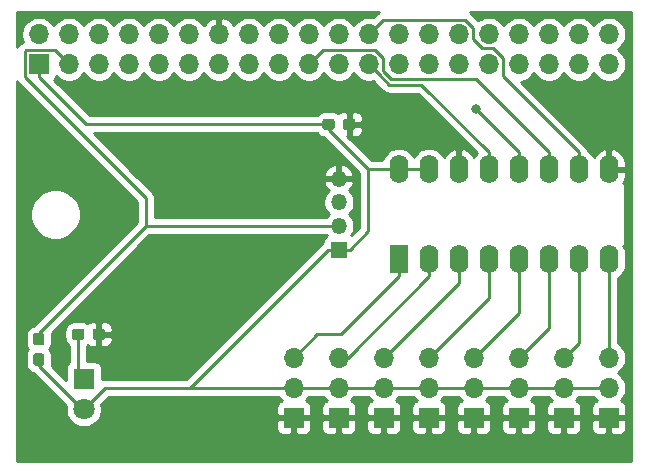
<source format=gbr>
G04 #@! TF.GenerationSoftware,KiCad,Pcbnew,5.1.5*
G04 #@! TF.CreationDate,2020-04-20T14:34:13-06:00*
G04 #@! TF.ProjectId,growbot,67726f77-626f-4742-9e6b-696361645f70,rev?*
G04 #@! TF.SameCoordinates,Original*
G04 #@! TF.FileFunction,Copper,L1,Top*
G04 #@! TF.FilePolarity,Positive*
%FSLAX46Y46*%
G04 Gerber Fmt 4.6, Leading zero omitted, Abs format (unit mm)*
G04 Created by KiCad (PCBNEW 5.1.5) date 2020-04-20 14:34:13*
%MOMM*%
%LPD*%
G04 APERTURE LIST*
%ADD10O,1.600000X2.400000*%
%ADD11R,1.600000X2.400000*%
%ADD12O,1.350000X1.350000*%
%ADD13R,1.350000X1.350000*%
%ADD14C,0.100000*%
%ADD15O,1.700000X1.700000*%
%ADD16R,1.700000X1.700000*%
%ADD17C,1.800000*%
%ADD18R,1.800000X1.800000*%
%ADD19C,0.800000*%
%ADD20C,0.250000*%
%ADD21C,0.254000*%
G04 APERTURE END LIST*
D10*
X151130000Y-92710000D03*
X168910000Y-100330000D03*
X153670000Y-92710000D03*
X166370000Y-100330000D03*
X156210000Y-92710000D03*
X163830000Y-100330000D03*
X158750000Y-92710000D03*
X161290000Y-100330000D03*
X161290000Y-92710000D03*
X158750000Y-100330000D03*
X163830000Y-92710000D03*
X156210000Y-100330000D03*
X166370000Y-92710000D03*
X153670000Y-100330000D03*
X168910000Y-92710000D03*
D11*
X151130000Y-100330000D03*
D12*
X146050000Y-93505000D03*
X146050000Y-95505000D03*
X146050000Y-97505000D03*
D13*
X146050000Y-99505000D03*
G04 #@! TA.AperFunction,SMDPad,CuDef*
D14*
G36*
X120910779Y-108301144D02*
G01*
X120933834Y-108304563D01*
X120956443Y-108310227D01*
X120978387Y-108318079D01*
X120999457Y-108328044D01*
X121019448Y-108340026D01*
X121038168Y-108353910D01*
X121055438Y-108369562D01*
X121071090Y-108386832D01*
X121084974Y-108405552D01*
X121096956Y-108425543D01*
X121106921Y-108446613D01*
X121114773Y-108468557D01*
X121120437Y-108491166D01*
X121123856Y-108514221D01*
X121125000Y-108537500D01*
X121125000Y-109112500D01*
X121123856Y-109135779D01*
X121120437Y-109158834D01*
X121114773Y-109181443D01*
X121106921Y-109203387D01*
X121096956Y-109224457D01*
X121084974Y-109244448D01*
X121071090Y-109263168D01*
X121055438Y-109280438D01*
X121038168Y-109296090D01*
X121019448Y-109309974D01*
X120999457Y-109321956D01*
X120978387Y-109331921D01*
X120956443Y-109339773D01*
X120933834Y-109345437D01*
X120910779Y-109348856D01*
X120887500Y-109350000D01*
X120412500Y-109350000D01*
X120389221Y-109348856D01*
X120366166Y-109345437D01*
X120343557Y-109339773D01*
X120321613Y-109331921D01*
X120300543Y-109321956D01*
X120280552Y-109309974D01*
X120261832Y-109296090D01*
X120244562Y-109280438D01*
X120228910Y-109263168D01*
X120215026Y-109244448D01*
X120203044Y-109224457D01*
X120193079Y-109203387D01*
X120185227Y-109181443D01*
X120179563Y-109158834D01*
X120176144Y-109135779D01*
X120175000Y-109112500D01*
X120175000Y-108537500D01*
X120176144Y-108514221D01*
X120179563Y-108491166D01*
X120185227Y-108468557D01*
X120193079Y-108446613D01*
X120203044Y-108425543D01*
X120215026Y-108405552D01*
X120228910Y-108386832D01*
X120244562Y-108369562D01*
X120261832Y-108353910D01*
X120280552Y-108340026D01*
X120300543Y-108328044D01*
X120321613Y-108318079D01*
X120343557Y-108310227D01*
X120366166Y-108304563D01*
X120389221Y-108301144D01*
X120412500Y-108300000D01*
X120887500Y-108300000D01*
X120910779Y-108301144D01*
G37*
G04 #@! TD.AperFunction*
G04 #@! TA.AperFunction,SMDPad,CuDef*
G36*
X120910779Y-106551144D02*
G01*
X120933834Y-106554563D01*
X120956443Y-106560227D01*
X120978387Y-106568079D01*
X120999457Y-106578044D01*
X121019448Y-106590026D01*
X121038168Y-106603910D01*
X121055438Y-106619562D01*
X121071090Y-106636832D01*
X121084974Y-106655552D01*
X121096956Y-106675543D01*
X121106921Y-106696613D01*
X121114773Y-106718557D01*
X121120437Y-106741166D01*
X121123856Y-106764221D01*
X121125000Y-106787500D01*
X121125000Y-107362500D01*
X121123856Y-107385779D01*
X121120437Y-107408834D01*
X121114773Y-107431443D01*
X121106921Y-107453387D01*
X121096956Y-107474457D01*
X121084974Y-107494448D01*
X121071090Y-107513168D01*
X121055438Y-107530438D01*
X121038168Y-107546090D01*
X121019448Y-107559974D01*
X120999457Y-107571956D01*
X120978387Y-107581921D01*
X120956443Y-107589773D01*
X120933834Y-107595437D01*
X120910779Y-107598856D01*
X120887500Y-107600000D01*
X120412500Y-107600000D01*
X120389221Y-107598856D01*
X120366166Y-107595437D01*
X120343557Y-107589773D01*
X120321613Y-107581921D01*
X120300543Y-107571956D01*
X120280552Y-107559974D01*
X120261832Y-107546090D01*
X120244562Y-107530438D01*
X120228910Y-107513168D01*
X120215026Y-107494448D01*
X120203044Y-107474457D01*
X120193079Y-107453387D01*
X120185227Y-107431443D01*
X120179563Y-107408834D01*
X120176144Y-107385779D01*
X120175000Y-107362500D01*
X120175000Y-106787500D01*
X120176144Y-106764221D01*
X120179563Y-106741166D01*
X120185227Y-106718557D01*
X120193079Y-106696613D01*
X120203044Y-106675543D01*
X120215026Y-106655552D01*
X120228910Y-106636832D01*
X120244562Y-106619562D01*
X120261832Y-106603910D01*
X120280552Y-106590026D01*
X120300543Y-106578044D01*
X120321613Y-106568079D01*
X120343557Y-106560227D01*
X120366166Y-106554563D01*
X120389221Y-106551144D01*
X120412500Y-106550000D01*
X120887500Y-106550000D01*
X120910779Y-106551144D01*
G37*
G04 #@! TD.AperFunction*
G04 #@! TA.AperFunction,SMDPad,CuDef*
G36*
X145485779Y-88426144D02*
G01*
X145508834Y-88429563D01*
X145531443Y-88435227D01*
X145553387Y-88443079D01*
X145574457Y-88453044D01*
X145594448Y-88465026D01*
X145613168Y-88478910D01*
X145630438Y-88494562D01*
X145646090Y-88511832D01*
X145659974Y-88530552D01*
X145671956Y-88550543D01*
X145681921Y-88571613D01*
X145689773Y-88593557D01*
X145695437Y-88616166D01*
X145698856Y-88639221D01*
X145700000Y-88662500D01*
X145700000Y-89137500D01*
X145698856Y-89160779D01*
X145695437Y-89183834D01*
X145689773Y-89206443D01*
X145681921Y-89228387D01*
X145671956Y-89249457D01*
X145659974Y-89269448D01*
X145646090Y-89288168D01*
X145630438Y-89305438D01*
X145613168Y-89321090D01*
X145594448Y-89334974D01*
X145574457Y-89346956D01*
X145553387Y-89356921D01*
X145531443Y-89364773D01*
X145508834Y-89370437D01*
X145485779Y-89373856D01*
X145462500Y-89375000D01*
X144887500Y-89375000D01*
X144864221Y-89373856D01*
X144841166Y-89370437D01*
X144818557Y-89364773D01*
X144796613Y-89356921D01*
X144775543Y-89346956D01*
X144755552Y-89334974D01*
X144736832Y-89321090D01*
X144719562Y-89305438D01*
X144703910Y-89288168D01*
X144690026Y-89269448D01*
X144678044Y-89249457D01*
X144668079Y-89228387D01*
X144660227Y-89206443D01*
X144654563Y-89183834D01*
X144651144Y-89160779D01*
X144650000Y-89137500D01*
X144650000Y-88662500D01*
X144651144Y-88639221D01*
X144654563Y-88616166D01*
X144660227Y-88593557D01*
X144668079Y-88571613D01*
X144678044Y-88550543D01*
X144690026Y-88530552D01*
X144703910Y-88511832D01*
X144719562Y-88494562D01*
X144736832Y-88478910D01*
X144755552Y-88465026D01*
X144775543Y-88453044D01*
X144796613Y-88443079D01*
X144818557Y-88435227D01*
X144841166Y-88429563D01*
X144864221Y-88426144D01*
X144887500Y-88425000D01*
X145462500Y-88425000D01*
X145485779Y-88426144D01*
G37*
G04 #@! TD.AperFunction*
G04 #@! TA.AperFunction,SMDPad,CuDef*
G36*
X147235779Y-88426144D02*
G01*
X147258834Y-88429563D01*
X147281443Y-88435227D01*
X147303387Y-88443079D01*
X147324457Y-88453044D01*
X147344448Y-88465026D01*
X147363168Y-88478910D01*
X147380438Y-88494562D01*
X147396090Y-88511832D01*
X147409974Y-88530552D01*
X147421956Y-88550543D01*
X147431921Y-88571613D01*
X147439773Y-88593557D01*
X147445437Y-88616166D01*
X147448856Y-88639221D01*
X147450000Y-88662500D01*
X147450000Y-89137500D01*
X147448856Y-89160779D01*
X147445437Y-89183834D01*
X147439773Y-89206443D01*
X147431921Y-89228387D01*
X147421956Y-89249457D01*
X147409974Y-89269448D01*
X147396090Y-89288168D01*
X147380438Y-89305438D01*
X147363168Y-89321090D01*
X147344448Y-89334974D01*
X147324457Y-89346956D01*
X147303387Y-89356921D01*
X147281443Y-89364773D01*
X147258834Y-89370437D01*
X147235779Y-89373856D01*
X147212500Y-89375000D01*
X146637500Y-89375000D01*
X146614221Y-89373856D01*
X146591166Y-89370437D01*
X146568557Y-89364773D01*
X146546613Y-89356921D01*
X146525543Y-89346956D01*
X146505552Y-89334974D01*
X146486832Y-89321090D01*
X146469562Y-89305438D01*
X146453910Y-89288168D01*
X146440026Y-89269448D01*
X146428044Y-89249457D01*
X146418079Y-89228387D01*
X146410227Y-89206443D01*
X146404563Y-89183834D01*
X146401144Y-89160779D01*
X146400000Y-89137500D01*
X146400000Y-88662500D01*
X146401144Y-88639221D01*
X146404563Y-88616166D01*
X146410227Y-88593557D01*
X146418079Y-88571613D01*
X146428044Y-88550543D01*
X146440026Y-88530552D01*
X146453910Y-88511832D01*
X146469562Y-88494562D01*
X146486832Y-88478910D01*
X146505552Y-88465026D01*
X146525543Y-88453044D01*
X146546613Y-88443079D01*
X146568557Y-88435227D01*
X146591166Y-88429563D01*
X146614221Y-88426144D01*
X146637500Y-88425000D01*
X147212500Y-88425000D01*
X147235779Y-88426144D01*
G37*
G04 #@! TD.AperFunction*
D15*
X168910000Y-81280000D03*
X168910000Y-83820000D03*
X166370000Y-81280000D03*
X166370000Y-83820000D03*
X163830000Y-81280000D03*
X163830000Y-83820000D03*
X161290000Y-81280000D03*
X161290000Y-83820000D03*
X158750000Y-81280000D03*
X158750000Y-83820000D03*
X156210000Y-81280000D03*
X156210000Y-83820000D03*
X153670000Y-81280000D03*
X153670000Y-83820000D03*
X151130000Y-81280000D03*
X151130000Y-83820000D03*
X148590000Y-81280000D03*
X148590000Y-83820000D03*
X146050000Y-81280000D03*
X146050000Y-83820000D03*
X143510000Y-81280000D03*
X143510000Y-83820000D03*
X140970000Y-81280000D03*
X140970000Y-83820000D03*
X138430000Y-81280000D03*
X138430000Y-83820000D03*
X135890000Y-81280000D03*
X135890000Y-83820000D03*
X133350000Y-81280000D03*
X133350000Y-83820000D03*
X130810000Y-81280000D03*
X130810000Y-83820000D03*
X128270000Y-81280000D03*
X128270000Y-83820000D03*
X125730000Y-81280000D03*
X125730000Y-83820000D03*
X123190000Y-81280000D03*
X123190000Y-83820000D03*
X120650000Y-81280000D03*
D16*
X120650000Y-83820000D03*
G04 #@! TA.AperFunction,SMDPad,CuDef*
D14*
G36*
X124290779Y-106206144D02*
G01*
X124313834Y-106209563D01*
X124336443Y-106215227D01*
X124358387Y-106223079D01*
X124379457Y-106233044D01*
X124399448Y-106245026D01*
X124418168Y-106258910D01*
X124435438Y-106274562D01*
X124451090Y-106291832D01*
X124464974Y-106310552D01*
X124476956Y-106330543D01*
X124486921Y-106351613D01*
X124494773Y-106373557D01*
X124500437Y-106396166D01*
X124503856Y-106419221D01*
X124505000Y-106442500D01*
X124505000Y-106917500D01*
X124503856Y-106940779D01*
X124500437Y-106963834D01*
X124494773Y-106986443D01*
X124486921Y-107008387D01*
X124476956Y-107029457D01*
X124464974Y-107049448D01*
X124451090Y-107068168D01*
X124435438Y-107085438D01*
X124418168Y-107101090D01*
X124399448Y-107114974D01*
X124379457Y-107126956D01*
X124358387Y-107136921D01*
X124336443Y-107144773D01*
X124313834Y-107150437D01*
X124290779Y-107153856D01*
X124267500Y-107155000D01*
X123692500Y-107155000D01*
X123669221Y-107153856D01*
X123646166Y-107150437D01*
X123623557Y-107144773D01*
X123601613Y-107136921D01*
X123580543Y-107126956D01*
X123560552Y-107114974D01*
X123541832Y-107101090D01*
X123524562Y-107085438D01*
X123508910Y-107068168D01*
X123495026Y-107049448D01*
X123483044Y-107029457D01*
X123473079Y-107008387D01*
X123465227Y-106986443D01*
X123459563Y-106963834D01*
X123456144Y-106940779D01*
X123455000Y-106917500D01*
X123455000Y-106442500D01*
X123456144Y-106419221D01*
X123459563Y-106396166D01*
X123465227Y-106373557D01*
X123473079Y-106351613D01*
X123483044Y-106330543D01*
X123495026Y-106310552D01*
X123508910Y-106291832D01*
X123524562Y-106274562D01*
X123541832Y-106258910D01*
X123560552Y-106245026D01*
X123580543Y-106233044D01*
X123601613Y-106223079D01*
X123623557Y-106215227D01*
X123646166Y-106209563D01*
X123669221Y-106206144D01*
X123692500Y-106205000D01*
X124267500Y-106205000D01*
X124290779Y-106206144D01*
G37*
G04 #@! TD.AperFunction*
G04 #@! TA.AperFunction,SMDPad,CuDef*
G36*
X126040779Y-106206144D02*
G01*
X126063834Y-106209563D01*
X126086443Y-106215227D01*
X126108387Y-106223079D01*
X126129457Y-106233044D01*
X126149448Y-106245026D01*
X126168168Y-106258910D01*
X126185438Y-106274562D01*
X126201090Y-106291832D01*
X126214974Y-106310552D01*
X126226956Y-106330543D01*
X126236921Y-106351613D01*
X126244773Y-106373557D01*
X126250437Y-106396166D01*
X126253856Y-106419221D01*
X126255000Y-106442500D01*
X126255000Y-106917500D01*
X126253856Y-106940779D01*
X126250437Y-106963834D01*
X126244773Y-106986443D01*
X126236921Y-107008387D01*
X126226956Y-107029457D01*
X126214974Y-107049448D01*
X126201090Y-107068168D01*
X126185438Y-107085438D01*
X126168168Y-107101090D01*
X126149448Y-107114974D01*
X126129457Y-107126956D01*
X126108387Y-107136921D01*
X126086443Y-107144773D01*
X126063834Y-107150437D01*
X126040779Y-107153856D01*
X126017500Y-107155000D01*
X125442500Y-107155000D01*
X125419221Y-107153856D01*
X125396166Y-107150437D01*
X125373557Y-107144773D01*
X125351613Y-107136921D01*
X125330543Y-107126956D01*
X125310552Y-107114974D01*
X125291832Y-107101090D01*
X125274562Y-107085438D01*
X125258910Y-107068168D01*
X125245026Y-107049448D01*
X125233044Y-107029457D01*
X125223079Y-107008387D01*
X125215227Y-106986443D01*
X125209563Y-106963834D01*
X125206144Y-106940779D01*
X125205000Y-106917500D01*
X125205000Y-106442500D01*
X125206144Y-106419221D01*
X125209563Y-106396166D01*
X125215227Y-106373557D01*
X125223079Y-106351613D01*
X125233044Y-106330543D01*
X125245026Y-106310552D01*
X125258910Y-106291832D01*
X125274562Y-106274562D01*
X125291832Y-106258910D01*
X125310552Y-106245026D01*
X125330543Y-106233044D01*
X125351613Y-106223079D01*
X125373557Y-106215227D01*
X125396166Y-106209563D01*
X125419221Y-106206144D01*
X125442500Y-106205000D01*
X126017500Y-106205000D01*
X126040779Y-106206144D01*
G37*
G04 #@! TD.AperFunction*
D17*
X124460000Y-113030000D03*
D18*
X124460000Y-110490000D03*
D15*
X168910000Y-108664999D03*
X168910000Y-111204999D03*
D16*
X168910000Y-113744999D03*
D15*
X165100000Y-108664999D03*
X165100000Y-111204999D03*
D16*
X165100000Y-113744999D03*
D15*
X161290000Y-108664999D03*
X161290000Y-111204999D03*
D16*
X161290000Y-113744999D03*
D15*
X157480000Y-108664999D03*
X157480000Y-111204999D03*
D16*
X157480000Y-113744999D03*
D15*
X153670000Y-108664999D03*
X153670000Y-111204999D03*
D16*
X153670000Y-113744999D03*
D15*
X149860000Y-108664999D03*
X149860000Y-111204999D03*
D16*
X149860000Y-113744999D03*
D15*
X146050000Y-108664999D03*
X146050000Y-111204999D03*
D16*
X146050000Y-113744999D03*
X142240000Y-113744999D03*
D15*
X142240000Y-111204999D03*
X142240000Y-108664999D03*
D19*
X142240000Y-93980000D03*
X142240000Y-99060000D03*
X157660000Y-87630000D03*
D20*
X151130000Y-101780000D02*
X146230000Y-106680000D01*
X151130000Y-100330000D02*
X151130000Y-101780000D01*
X146230000Y-106680000D02*
X144224999Y-106680000D01*
X144224999Y-106680000D02*
X142240000Y-108664999D01*
X151130000Y-92710000D02*
X153670000Y-92710000D01*
X144712081Y-111204999D02*
X142240000Y-111204999D01*
X145175000Y-89375000D02*
X145175000Y-88900000D01*
X148510000Y-92710000D02*
X145175000Y-89375000D01*
X151130000Y-92710000D02*
X148510000Y-92710000D01*
X120650000Y-84920000D02*
X120650000Y-83820000D01*
X124630000Y-88900000D02*
X120650000Y-84920000D01*
X145175000Y-88900000D02*
X124630000Y-88900000D01*
X126285001Y-111204999D02*
X124460000Y-113030000D01*
X120650000Y-109350000D02*
X124330000Y-113030000D01*
X124330000Y-113030000D02*
X124460000Y-113030000D01*
X120650000Y-108825000D02*
X120650000Y-109350000D01*
X144712081Y-111204999D02*
X168910000Y-111204999D01*
X146975000Y-99505000D02*
X146050000Y-99505000D01*
X148510000Y-97970000D02*
X146975000Y-99505000D01*
X148510000Y-92710000D02*
X148510000Y-97970000D01*
X133425001Y-111204999D02*
X126285001Y-111204999D01*
X145125000Y-99505000D02*
X133425001Y-111204999D01*
X146050000Y-99505000D02*
X145125000Y-99505000D01*
X141037919Y-111204999D02*
X133425001Y-111204999D01*
X142240000Y-111204999D02*
X141037919Y-111204999D01*
X146785001Y-108664999D02*
X146050000Y-108664999D01*
X153670000Y-101780000D02*
X146785001Y-108664999D01*
X153670000Y-100330000D02*
X153670000Y-101780000D01*
X156210000Y-102314999D02*
X149860000Y-108664999D01*
X156210000Y-100330000D02*
X156210000Y-102314999D01*
X158750000Y-103584999D02*
X153670000Y-108664999D01*
X158750000Y-100330000D02*
X158750000Y-103584999D01*
X161290000Y-104854999D02*
X157480000Y-108664999D01*
X161290000Y-100330000D02*
X161290000Y-104854999D01*
X163830000Y-106124999D02*
X161290000Y-108664999D01*
X163830000Y-100330000D02*
X163830000Y-106124999D01*
X166370000Y-107394999D02*
X165100000Y-108664999D01*
X166370000Y-100330000D02*
X166370000Y-107394999D01*
X168910000Y-100330000D02*
X168910000Y-108664999D01*
X149439999Y-84669999D02*
X148590000Y-83820000D01*
X150310010Y-85540010D02*
X149439999Y-84669999D01*
X153030010Y-85540010D02*
X150310010Y-85540010D01*
X158750000Y-91260000D02*
X153030010Y-85540010D01*
X158750000Y-92710000D02*
X158750000Y-91260000D01*
X161290000Y-91260000D02*
X157660000Y-87630000D01*
X161290000Y-92710000D02*
X161290000Y-91260000D01*
X157660000Y-87630000D02*
X157660000Y-87630000D01*
X144359999Y-82970001D02*
X143510000Y-83820000D01*
X149154001Y-82644999D02*
X144685001Y-82644999D01*
X149765001Y-83255999D02*
X149154001Y-82644999D01*
X144685001Y-82644999D02*
X144359999Y-82970001D01*
X149765001Y-84358591D02*
X149765001Y-83255999D01*
X157660000Y-85090000D02*
X150496410Y-85090000D01*
X163830000Y-91260000D02*
X157660000Y-85090000D01*
X150496410Y-85090000D02*
X149765001Y-84358591D01*
X163830000Y-92710000D02*
X163830000Y-91260000D01*
X149439999Y-80430001D02*
X148590000Y-81280000D01*
X149765001Y-80104999D02*
X149439999Y-80430001D01*
X156774001Y-80104999D02*
X149765001Y-80104999D01*
X157385001Y-81654003D02*
X157385001Y-80715999D01*
X158185999Y-82455001D02*
X157385001Y-81654003D01*
X157385001Y-80715999D02*
X156774001Y-80104999D01*
X159124003Y-82455001D02*
X158185999Y-82455001D01*
X159925001Y-83255999D02*
X159124003Y-82455001D01*
X159925001Y-84815001D02*
X159925001Y-83255999D01*
X166370000Y-91260000D02*
X159925001Y-84815001D01*
X166370000Y-92710000D02*
X166370000Y-91260000D01*
X123980000Y-110010000D02*
X124460000Y-110490000D01*
X123980000Y-106680000D02*
X123980000Y-110010000D01*
X122014999Y-82644999D02*
X119539999Y-82644999D01*
X123190000Y-83820000D02*
X122014999Y-82644999D01*
X119474999Y-82709999D02*
X119474999Y-84930001D01*
X119539999Y-82644999D02*
X119474999Y-82709999D01*
X120650000Y-106550000D02*
X120650000Y-107075000D01*
X129695000Y-97505000D02*
X120650000Y-106550000D01*
X146050000Y-97505000D02*
X129695000Y-97505000D01*
X129695000Y-95150002D02*
X119474999Y-84930001D01*
X129695000Y-97505000D02*
X129695000Y-95150002D01*
D21*
G36*
X170765001Y-117425000D02*
G01*
X118795000Y-117425000D01*
X118795000Y-114594999D01*
X140751928Y-114594999D01*
X140764188Y-114719481D01*
X140800498Y-114839179D01*
X140859463Y-114949493D01*
X140938815Y-115046184D01*
X141035506Y-115125536D01*
X141145820Y-115184501D01*
X141265518Y-115220811D01*
X141390000Y-115233071D01*
X141954250Y-115229999D01*
X142113000Y-115071249D01*
X142113000Y-113871999D01*
X142367000Y-113871999D01*
X142367000Y-115071249D01*
X142525750Y-115229999D01*
X143090000Y-115233071D01*
X143214482Y-115220811D01*
X143334180Y-115184501D01*
X143444494Y-115125536D01*
X143541185Y-115046184D01*
X143620537Y-114949493D01*
X143679502Y-114839179D01*
X143715812Y-114719481D01*
X143728072Y-114594999D01*
X144561928Y-114594999D01*
X144574188Y-114719481D01*
X144610498Y-114839179D01*
X144669463Y-114949493D01*
X144748815Y-115046184D01*
X144845506Y-115125536D01*
X144955820Y-115184501D01*
X145075518Y-115220811D01*
X145200000Y-115233071D01*
X145764250Y-115229999D01*
X145923000Y-115071249D01*
X145923000Y-113871999D01*
X146177000Y-113871999D01*
X146177000Y-115071249D01*
X146335750Y-115229999D01*
X146900000Y-115233071D01*
X147024482Y-115220811D01*
X147144180Y-115184501D01*
X147254494Y-115125536D01*
X147351185Y-115046184D01*
X147430537Y-114949493D01*
X147489502Y-114839179D01*
X147525812Y-114719481D01*
X147538072Y-114594999D01*
X148371928Y-114594999D01*
X148384188Y-114719481D01*
X148420498Y-114839179D01*
X148479463Y-114949493D01*
X148558815Y-115046184D01*
X148655506Y-115125536D01*
X148765820Y-115184501D01*
X148885518Y-115220811D01*
X149010000Y-115233071D01*
X149574250Y-115229999D01*
X149733000Y-115071249D01*
X149733000Y-113871999D01*
X149987000Y-113871999D01*
X149987000Y-115071249D01*
X150145750Y-115229999D01*
X150710000Y-115233071D01*
X150834482Y-115220811D01*
X150954180Y-115184501D01*
X151064494Y-115125536D01*
X151161185Y-115046184D01*
X151240537Y-114949493D01*
X151299502Y-114839179D01*
X151335812Y-114719481D01*
X151348072Y-114594999D01*
X152181928Y-114594999D01*
X152194188Y-114719481D01*
X152230498Y-114839179D01*
X152289463Y-114949493D01*
X152368815Y-115046184D01*
X152465506Y-115125536D01*
X152575820Y-115184501D01*
X152695518Y-115220811D01*
X152820000Y-115233071D01*
X153384250Y-115229999D01*
X153543000Y-115071249D01*
X153543000Y-113871999D01*
X153797000Y-113871999D01*
X153797000Y-115071249D01*
X153955750Y-115229999D01*
X154520000Y-115233071D01*
X154644482Y-115220811D01*
X154764180Y-115184501D01*
X154874494Y-115125536D01*
X154971185Y-115046184D01*
X155050537Y-114949493D01*
X155109502Y-114839179D01*
X155145812Y-114719481D01*
X155158072Y-114594999D01*
X155991928Y-114594999D01*
X156004188Y-114719481D01*
X156040498Y-114839179D01*
X156099463Y-114949493D01*
X156178815Y-115046184D01*
X156275506Y-115125536D01*
X156385820Y-115184501D01*
X156505518Y-115220811D01*
X156630000Y-115233071D01*
X157194250Y-115229999D01*
X157353000Y-115071249D01*
X157353000Y-113871999D01*
X157607000Y-113871999D01*
X157607000Y-115071249D01*
X157765750Y-115229999D01*
X158330000Y-115233071D01*
X158454482Y-115220811D01*
X158574180Y-115184501D01*
X158684494Y-115125536D01*
X158781185Y-115046184D01*
X158860537Y-114949493D01*
X158919502Y-114839179D01*
X158955812Y-114719481D01*
X158968072Y-114594999D01*
X159801928Y-114594999D01*
X159814188Y-114719481D01*
X159850498Y-114839179D01*
X159909463Y-114949493D01*
X159988815Y-115046184D01*
X160085506Y-115125536D01*
X160195820Y-115184501D01*
X160315518Y-115220811D01*
X160440000Y-115233071D01*
X161004250Y-115229999D01*
X161163000Y-115071249D01*
X161163000Y-113871999D01*
X161417000Y-113871999D01*
X161417000Y-115071249D01*
X161575750Y-115229999D01*
X162140000Y-115233071D01*
X162264482Y-115220811D01*
X162384180Y-115184501D01*
X162494494Y-115125536D01*
X162591185Y-115046184D01*
X162670537Y-114949493D01*
X162729502Y-114839179D01*
X162765812Y-114719481D01*
X162778072Y-114594999D01*
X163611928Y-114594999D01*
X163624188Y-114719481D01*
X163660498Y-114839179D01*
X163719463Y-114949493D01*
X163798815Y-115046184D01*
X163895506Y-115125536D01*
X164005820Y-115184501D01*
X164125518Y-115220811D01*
X164250000Y-115233071D01*
X164814250Y-115229999D01*
X164973000Y-115071249D01*
X164973000Y-113871999D01*
X165227000Y-113871999D01*
X165227000Y-115071249D01*
X165385750Y-115229999D01*
X165950000Y-115233071D01*
X166074482Y-115220811D01*
X166194180Y-115184501D01*
X166304494Y-115125536D01*
X166401185Y-115046184D01*
X166480537Y-114949493D01*
X166539502Y-114839179D01*
X166575812Y-114719481D01*
X166588072Y-114594999D01*
X167421928Y-114594999D01*
X167434188Y-114719481D01*
X167470498Y-114839179D01*
X167529463Y-114949493D01*
X167608815Y-115046184D01*
X167705506Y-115125536D01*
X167815820Y-115184501D01*
X167935518Y-115220811D01*
X168060000Y-115233071D01*
X168624250Y-115229999D01*
X168783000Y-115071249D01*
X168783000Y-113871999D01*
X169037000Y-113871999D01*
X169037000Y-115071249D01*
X169195750Y-115229999D01*
X169760000Y-115233071D01*
X169884482Y-115220811D01*
X170004180Y-115184501D01*
X170114494Y-115125536D01*
X170211185Y-115046184D01*
X170290537Y-114949493D01*
X170349502Y-114839179D01*
X170385812Y-114719481D01*
X170398072Y-114594999D01*
X170395000Y-114030749D01*
X170236250Y-113871999D01*
X169037000Y-113871999D01*
X168783000Y-113871999D01*
X167583750Y-113871999D01*
X167425000Y-114030749D01*
X167421928Y-114594999D01*
X166588072Y-114594999D01*
X166585000Y-114030749D01*
X166426250Y-113871999D01*
X165227000Y-113871999D01*
X164973000Y-113871999D01*
X163773750Y-113871999D01*
X163615000Y-114030749D01*
X163611928Y-114594999D01*
X162778072Y-114594999D01*
X162775000Y-114030749D01*
X162616250Y-113871999D01*
X161417000Y-113871999D01*
X161163000Y-113871999D01*
X159963750Y-113871999D01*
X159805000Y-114030749D01*
X159801928Y-114594999D01*
X158968072Y-114594999D01*
X158965000Y-114030749D01*
X158806250Y-113871999D01*
X157607000Y-113871999D01*
X157353000Y-113871999D01*
X156153750Y-113871999D01*
X155995000Y-114030749D01*
X155991928Y-114594999D01*
X155158072Y-114594999D01*
X155155000Y-114030749D01*
X154996250Y-113871999D01*
X153797000Y-113871999D01*
X153543000Y-113871999D01*
X152343750Y-113871999D01*
X152185000Y-114030749D01*
X152181928Y-114594999D01*
X151348072Y-114594999D01*
X151345000Y-114030749D01*
X151186250Y-113871999D01*
X149987000Y-113871999D01*
X149733000Y-113871999D01*
X148533750Y-113871999D01*
X148375000Y-114030749D01*
X148371928Y-114594999D01*
X147538072Y-114594999D01*
X147535000Y-114030749D01*
X147376250Y-113871999D01*
X146177000Y-113871999D01*
X145923000Y-113871999D01*
X144723750Y-113871999D01*
X144565000Y-114030749D01*
X144561928Y-114594999D01*
X143728072Y-114594999D01*
X143725000Y-114030749D01*
X143566250Y-113871999D01*
X142367000Y-113871999D01*
X142113000Y-113871999D01*
X140913750Y-113871999D01*
X140755000Y-114030749D01*
X140751928Y-114594999D01*
X118795000Y-114594999D01*
X118795000Y-96309721D01*
X119915000Y-96309721D01*
X119915000Y-96730279D01*
X119997047Y-97142756D01*
X120157988Y-97531302D01*
X120391637Y-97880983D01*
X120689017Y-98178363D01*
X121038698Y-98412012D01*
X121427244Y-98572953D01*
X121839721Y-98655000D01*
X122260279Y-98655000D01*
X122672756Y-98572953D01*
X123061302Y-98412012D01*
X123410983Y-98178363D01*
X123708363Y-97880983D01*
X123942012Y-97531302D01*
X124102953Y-97142756D01*
X124185000Y-96730279D01*
X124185000Y-96309721D01*
X124102953Y-95897244D01*
X123942012Y-95508698D01*
X123708363Y-95159017D01*
X123410983Y-94861637D01*
X123061302Y-94627988D01*
X122672756Y-94467047D01*
X122260279Y-94385000D01*
X121839721Y-94385000D01*
X121427244Y-94467047D01*
X121038698Y-94627988D01*
X120689017Y-94861637D01*
X120391637Y-95159017D01*
X120157988Y-95508698D01*
X119997047Y-95897244D01*
X119915000Y-96309721D01*
X118795000Y-96309721D01*
X118795000Y-85270042D01*
X118840025Y-85354277D01*
X118905186Y-85433675D01*
X118934999Y-85470002D01*
X118963997Y-85493800D01*
X128935001Y-95464805D01*
X128935000Y-97190198D01*
X120176749Y-105948450D01*
X120077433Y-105978577D01*
X119926058Y-106059488D01*
X119793377Y-106168377D01*
X119684488Y-106301058D01*
X119603577Y-106452433D01*
X119553752Y-106616684D01*
X119536928Y-106787500D01*
X119536928Y-107362500D01*
X119553752Y-107533316D01*
X119603577Y-107697567D01*
X119684488Y-107848942D01*
X119767425Y-107950000D01*
X119684488Y-108051058D01*
X119603577Y-108202433D01*
X119553752Y-108366684D01*
X119536928Y-108537500D01*
X119536928Y-109112500D01*
X119553752Y-109283316D01*
X119603577Y-109447567D01*
X119684488Y-109598942D01*
X119793377Y-109731623D01*
X119926058Y-109840512D01*
X120077433Y-109921423D01*
X120176749Y-109951550D01*
X122954700Y-112729502D01*
X122925000Y-112878816D01*
X122925000Y-113181184D01*
X122983989Y-113477743D01*
X123099701Y-113757095D01*
X123267688Y-114008505D01*
X123481495Y-114222312D01*
X123732905Y-114390299D01*
X124012257Y-114506011D01*
X124308816Y-114565000D01*
X124611184Y-114565000D01*
X124907743Y-114506011D01*
X125187095Y-114390299D01*
X125438505Y-114222312D01*
X125652312Y-114008505D01*
X125820299Y-113757095D01*
X125936011Y-113477743D01*
X125995000Y-113181184D01*
X125995000Y-112878816D01*
X125943731Y-112621070D01*
X126599803Y-111964999D01*
X133387679Y-111964999D01*
X133425001Y-111968675D01*
X133462323Y-111964999D01*
X140961822Y-111964999D01*
X141086525Y-112151631D01*
X141218380Y-112283486D01*
X141145820Y-112305497D01*
X141035506Y-112364462D01*
X140938815Y-112443814D01*
X140859463Y-112540505D01*
X140800498Y-112650819D01*
X140764188Y-112770517D01*
X140751928Y-112894999D01*
X140755000Y-113459249D01*
X140913750Y-113617999D01*
X142113000Y-113617999D01*
X142113000Y-113597999D01*
X142367000Y-113597999D01*
X142367000Y-113617999D01*
X143566250Y-113617999D01*
X143725000Y-113459249D01*
X143728072Y-112894999D01*
X143715812Y-112770517D01*
X143679502Y-112650819D01*
X143620537Y-112540505D01*
X143541185Y-112443814D01*
X143444494Y-112364462D01*
X143334180Y-112305497D01*
X143261620Y-112283486D01*
X143393475Y-112151631D01*
X143518178Y-111964999D01*
X144771822Y-111964999D01*
X144896525Y-112151631D01*
X145028380Y-112283486D01*
X144955820Y-112305497D01*
X144845506Y-112364462D01*
X144748815Y-112443814D01*
X144669463Y-112540505D01*
X144610498Y-112650819D01*
X144574188Y-112770517D01*
X144561928Y-112894999D01*
X144565000Y-113459249D01*
X144723750Y-113617999D01*
X145923000Y-113617999D01*
X145923000Y-113597999D01*
X146177000Y-113597999D01*
X146177000Y-113617999D01*
X147376250Y-113617999D01*
X147535000Y-113459249D01*
X147538072Y-112894999D01*
X147525812Y-112770517D01*
X147489502Y-112650819D01*
X147430537Y-112540505D01*
X147351185Y-112443814D01*
X147254494Y-112364462D01*
X147144180Y-112305497D01*
X147071620Y-112283486D01*
X147203475Y-112151631D01*
X147328178Y-111964999D01*
X148581822Y-111964999D01*
X148706525Y-112151631D01*
X148838380Y-112283486D01*
X148765820Y-112305497D01*
X148655506Y-112364462D01*
X148558815Y-112443814D01*
X148479463Y-112540505D01*
X148420498Y-112650819D01*
X148384188Y-112770517D01*
X148371928Y-112894999D01*
X148375000Y-113459249D01*
X148533750Y-113617999D01*
X149733000Y-113617999D01*
X149733000Y-113597999D01*
X149987000Y-113597999D01*
X149987000Y-113617999D01*
X151186250Y-113617999D01*
X151345000Y-113459249D01*
X151348072Y-112894999D01*
X151335812Y-112770517D01*
X151299502Y-112650819D01*
X151240537Y-112540505D01*
X151161185Y-112443814D01*
X151064494Y-112364462D01*
X150954180Y-112305497D01*
X150881620Y-112283486D01*
X151013475Y-112151631D01*
X151138178Y-111964999D01*
X152391822Y-111964999D01*
X152516525Y-112151631D01*
X152648380Y-112283486D01*
X152575820Y-112305497D01*
X152465506Y-112364462D01*
X152368815Y-112443814D01*
X152289463Y-112540505D01*
X152230498Y-112650819D01*
X152194188Y-112770517D01*
X152181928Y-112894999D01*
X152185000Y-113459249D01*
X152343750Y-113617999D01*
X153543000Y-113617999D01*
X153543000Y-113597999D01*
X153797000Y-113597999D01*
X153797000Y-113617999D01*
X154996250Y-113617999D01*
X155155000Y-113459249D01*
X155158072Y-112894999D01*
X155145812Y-112770517D01*
X155109502Y-112650819D01*
X155050537Y-112540505D01*
X154971185Y-112443814D01*
X154874494Y-112364462D01*
X154764180Y-112305497D01*
X154691620Y-112283486D01*
X154823475Y-112151631D01*
X154948178Y-111964999D01*
X156201822Y-111964999D01*
X156326525Y-112151631D01*
X156458380Y-112283486D01*
X156385820Y-112305497D01*
X156275506Y-112364462D01*
X156178815Y-112443814D01*
X156099463Y-112540505D01*
X156040498Y-112650819D01*
X156004188Y-112770517D01*
X155991928Y-112894999D01*
X155995000Y-113459249D01*
X156153750Y-113617999D01*
X157353000Y-113617999D01*
X157353000Y-113597999D01*
X157607000Y-113597999D01*
X157607000Y-113617999D01*
X158806250Y-113617999D01*
X158965000Y-113459249D01*
X158968072Y-112894999D01*
X158955812Y-112770517D01*
X158919502Y-112650819D01*
X158860537Y-112540505D01*
X158781185Y-112443814D01*
X158684494Y-112364462D01*
X158574180Y-112305497D01*
X158501620Y-112283486D01*
X158633475Y-112151631D01*
X158758178Y-111964999D01*
X160011822Y-111964999D01*
X160136525Y-112151631D01*
X160268380Y-112283486D01*
X160195820Y-112305497D01*
X160085506Y-112364462D01*
X159988815Y-112443814D01*
X159909463Y-112540505D01*
X159850498Y-112650819D01*
X159814188Y-112770517D01*
X159801928Y-112894999D01*
X159805000Y-113459249D01*
X159963750Y-113617999D01*
X161163000Y-113617999D01*
X161163000Y-113597999D01*
X161417000Y-113597999D01*
X161417000Y-113617999D01*
X162616250Y-113617999D01*
X162775000Y-113459249D01*
X162778072Y-112894999D01*
X162765812Y-112770517D01*
X162729502Y-112650819D01*
X162670537Y-112540505D01*
X162591185Y-112443814D01*
X162494494Y-112364462D01*
X162384180Y-112305497D01*
X162311620Y-112283486D01*
X162443475Y-112151631D01*
X162568178Y-111964999D01*
X163821822Y-111964999D01*
X163946525Y-112151631D01*
X164078380Y-112283486D01*
X164005820Y-112305497D01*
X163895506Y-112364462D01*
X163798815Y-112443814D01*
X163719463Y-112540505D01*
X163660498Y-112650819D01*
X163624188Y-112770517D01*
X163611928Y-112894999D01*
X163615000Y-113459249D01*
X163773750Y-113617999D01*
X164973000Y-113617999D01*
X164973000Y-113597999D01*
X165227000Y-113597999D01*
X165227000Y-113617999D01*
X166426250Y-113617999D01*
X166585000Y-113459249D01*
X166588072Y-112894999D01*
X166575812Y-112770517D01*
X166539502Y-112650819D01*
X166480537Y-112540505D01*
X166401185Y-112443814D01*
X166304494Y-112364462D01*
X166194180Y-112305497D01*
X166121620Y-112283486D01*
X166253475Y-112151631D01*
X166378178Y-111964999D01*
X167631822Y-111964999D01*
X167756525Y-112151631D01*
X167888380Y-112283486D01*
X167815820Y-112305497D01*
X167705506Y-112364462D01*
X167608815Y-112443814D01*
X167529463Y-112540505D01*
X167470498Y-112650819D01*
X167434188Y-112770517D01*
X167421928Y-112894999D01*
X167425000Y-113459249D01*
X167583750Y-113617999D01*
X168783000Y-113617999D01*
X168783000Y-113597999D01*
X169037000Y-113597999D01*
X169037000Y-113617999D01*
X170236250Y-113617999D01*
X170395000Y-113459249D01*
X170398072Y-112894999D01*
X170385812Y-112770517D01*
X170349502Y-112650819D01*
X170290537Y-112540505D01*
X170211185Y-112443814D01*
X170114494Y-112364462D01*
X170004180Y-112305497D01*
X169931620Y-112283486D01*
X170063475Y-112151631D01*
X170225990Y-111908410D01*
X170337932Y-111638157D01*
X170395000Y-111351259D01*
X170395000Y-111058739D01*
X170337932Y-110771841D01*
X170225990Y-110501588D01*
X170063475Y-110258367D01*
X169856632Y-110051524D01*
X169682240Y-109934999D01*
X169856632Y-109818474D01*
X170063475Y-109611631D01*
X170225990Y-109368410D01*
X170337932Y-109098157D01*
X170395000Y-108811259D01*
X170395000Y-108518739D01*
X170337932Y-108231841D01*
X170225990Y-107961588D01*
X170063475Y-107718367D01*
X169856632Y-107511524D01*
X169670000Y-107386821D01*
X169670000Y-101950901D01*
X169711101Y-101928932D01*
X169929608Y-101749608D01*
X170108932Y-101531101D01*
X170242182Y-101281808D01*
X170324236Y-101011309D01*
X170345000Y-100800491D01*
X170345000Y-99859508D01*
X170324236Y-99648691D01*
X170242182Y-99378192D01*
X170139988Y-99187000D01*
X170180000Y-99187000D01*
X170204776Y-99184560D01*
X170228601Y-99177333D01*
X170250557Y-99165597D01*
X170269803Y-99149803D01*
X170285597Y-99130557D01*
X170297333Y-99108601D01*
X170304560Y-99084776D01*
X170307000Y-99060000D01*
X170307000Y-93980000D01*
X170304560Y-93955224D01*
X170297333Y-93931399D01*
X170285597Y-93909443D01*
X170269803Y-93890197D01*
X170250557Y-93874403D01*
X170228601Y-93862667D01*
X170204776Y-93855440D01*
X170180000Y-93853000D01*
X170137128Y-93853000D01*
X170187166Y-93776483D01*
X170292650Y-93514514D01*
X170345000Y-93237000D01*
X170345000Y-92837000D01*
X169037000Y-92837000D01*
X169037000Y-92857000D01*
X168783000Y-92857000D01*
X168783000Y-92837000D01*
X168763000Y-92837000D01*
X168763000Y-92583000D01*
X168783000Y-92583000D01*
X168783000Y-91040085D01*
X169037000Y-91040085D01*
X169037000Y-92583000D01*
X170345000Y-92583000D01*
X170345000Y-92183000D01*
X170292650Y-91905486D01*
X170187166Y-91643517D01*
X170032601Y-91407161D01*
X169834895Y-91205500D01*
X169601646Y-91046285D01*
X169341818Y-90935633D01*
X169259039Y-90918096D01*
X169037000Y-91040085D01*
X168783000Y-91040085D01*
X168560961Y-90918096D01*
X168478182Y-90935633D01*
X168218354Y-91046285D01*
X167985105Y-91205500D01*
X167787399Y-91407161D01*
X167637265Y-91636741D01*
X167568932Y-91508899D01*
X167389607Y-91290392D01*
X167171100Y-91111068D01*
X167108941Y-91077843D01*
X167075546Y-90967753D01*
X167058377Y-90935633D01*
X167004974Y-90835723D01*
X166933799Y-90748997D01*
X166933798Y-90748996D01*
X166910001Y-90719999D01*
X166881003Y-90696201D01*
X161480918Y-85296117D01*
X161723158Y-85247932D01*
X161993411Y-85135990D01*
X162236632Y-84973475D01*
X162443475Y-84766632D01*
X162560000Y-84592240D01*
X162676525Y-84766632D01*
X162883368Y-84973475D01*
X163126589Y-85135990D01*
X163396842Y-85247932D01*
X163683740Y-85305000D01*
X163976260Y-85305000D01*
X164263158Y-85247932D01*
X164533411Y-85135990D01*
X164776632Y-84973475D01*
X164983475Y-84766632D01*
X165100000Y-84592240D01*
X165216525Y-84766632D01*
X165423368Y-84973475D01*
X165666589Y-85135990D01*
X165936842Y-85247932D01*
X166223740Y-85305000D01*
X166516260Y-85305000D01*
X166803158Y-85247932D01*
X167073411Y-85135990D01*
X167316632Y-84973475D01*
X167523475Y-84766632D01*
X167640000Y-84592240D01*
X167756525Y-84766632D01*
X167963368Y-84973475D01*
X168206589Y-85135990D01*
X168476842Y-85247932D01*
X168763740Y-85305000D01*
X169056260Y-85305000D01*
X169343158Y-85247932D01*
X169613411Y-85135990D01*
X169856632Y-84973475D01*
X170063475Y-84766632D01*
X170225990Y-84523411D01*
X170337932Y-84253158D01*
X170395000Y-83966260D01*
X170395000Y-83673740D01*
X170337932Y-83386842D01*
X170225990Y-83116589D01*
X170063475Y-82873368D01*
X169856632Y-82666525D01*
X169682240Y-82550000D01*
X169856632Y-82433475D01*
X170063475Y-82226632D01*
X170225990Y-81983411D01*
X170337932Y-81713158D01*
X170395000Y-81426260D01*
X170395000Y-81133740D01*
X170337932Y-80846842D01*
X170225990Y-80576589D01*
X170063475Y-80333368D01*
X169856632Y-80126525D01*
X169613411Y-79964010D01*
X169343158Y-79852068D01*
X169056260Y-79795000D01*
X168763740Y-79795000D01*
X168476842Y-79852068D01*
X168206589Y-79964010D01*
X167963368Y-80126525D01*
X167756525Y-80333368D01*
X167640000Y-80507760D01*
X167523475Y-80333368D01*
X167316632Y-80126525D01*
X167073411Y-79964010D01*
X166803158Y-79852068D01*
X166516260Y-79795000D01*
X166223740Y-79795000D01*
X165936842Y-79852068D01*
X165666589Y-79964010D01*
X165423368Y-80126525D01*
X165216525Y-80333368D01*
X165100000Y-80507760D01*
X164983475Y-80333368D01*
X164776632Y-80126525D01*
X164533411Y-79964010D01*
X164263158Y-79852068D01*
X163976260Y-79795000D01*
X163683740Y-79795000D01*
X163396842Y-79852068D01*
X163126589Y-79964010D01*
X162883368Y-80126525D01*
X162676525Y-80333368D01*
X162560000Y-80507760D01*
X162443475Y-80333368D01*
X162236632Y-80126525D01*
X161993411Y-79964010D01*
X161723158Y-79852068D01*
X161436260Y-79795000D01*
X161143740Y-79795000D01*
X160856842Y-79852068D01*
X160586589Y-79964010D01*
X160343368Y-80126525D01*
X160136525Y-80333368D01*
X160020000Y-80507760D01*
X159903475Y-80333368D01*
X159696632Y-80126525D01*
X159453411Y-79964010D01*
X159183158Y-79852068D01*
X158896260Y-79795000D01*
X158603740Y-79795000D01*
X158316842Y-79852068D01*
X158046589Y-79964010D01*
X157843509Y-80099704D01*
X157337804Y-79594001D01*
X157314002Y-79564998D01*
X157198277Y-79470025D01*
X157114042Y-79425000D01*
X170765000Y-79425000D01*
X170765001Y-117425000D01*
G37*
X170765001Y-117425000D02*
X118795000Y-117425000D01*
X118795000Y-114594999D01*
X140751928Y-114594999D01*
X140764188Y-114719481D01*
X140800498Y-114839179D01*
X140859463Y-114949493D01*
X140938815Y-115046184D01*
X141035506Y-115125536D01*
X141145820Y-115184501D01*
X141265518Y-115220811D01*
X141390000Y-115233071D01*
X141954250Y-115229999D01*
X142113000Y-115071249D01*
X142113000Y-113871999D01*
X142367000Y-113871999D01*
X142367000Y-115071249D01*
X142525750Y-115229999D01*
X143090000Y-115233071D01*
X143214482Y-115220811D01*
X143334180Y-115184501D01*
X143444494Y-115125536D01*
X143541185Y-115046184D01*
X143620537Y-114949493D01*
X143679502Y-114839179D01*
X143715812Y-114719481D01*
X143728072Y-114594999D01*
X144561928Y-114594999D01*
X144574188Y-114719481D01*
X144610498Y-114839179D01*
X144669463Y-114949493D01*
X144748815Y-115046184D01*
X144845506Y-115125536D01*
X144955820Y-115184501D01*
X145075518Y-115220811D01*
X145200000Y-115233071D01*
X145764250Y-115229999D01*
X145923000Y-115071249D01*
X145923000Y-113871999D01*
X146177000Y-113871999D01*
X146177000Y-115071249D01*
X146335750Y-115229999D01*
X146900000Y-115233071D01*
X147024482Y-115220811D01*
X147144180Y-115184501D01*
X147254494Y-115125536D01*
X147351185Y-115046184D01*
X147430537Y-114949493D01*
X147489502Y-114839179D01*
X147525812Y-114719481D01*
X147538072Y-114594999D01*
X148371928Y-114594999D01*
X148384188Y-114719481D01*
X148420498Y-114839179D01*
X148479463Y-114949493D01*
X148558815Y-115046184D01*
X148655506Y-115125536D01*
X148765820Y-115184501D01*
X148885518Y-115220811D01*
X149010000Y-115233071D01*
X149574250Y-115229999D01*
X149733000Y-115071249D01*
X149733000Y-113871999D01*
X149987000Y-113871999D01*
X149987000Y-115071249D01*
X150145750Y-115229999D01*
X150710000Y-115233071D01*
X150834482Y-115220811D01*
X150954180Y-115184501D01*
X151064494Y-115125536D01*
X151161185Y-115046184D01*
X151240537Y-114949493D01*
X151299502Y-114839179D01*
X151335812Y-114719481D01*
X151348072Y-114594999D01*
X152181928Y-114594999D01*
X152194188Y-114719481D01*
X152230498Y-114839179D01*
X152289463Y-114949493D01*
X152368815Y-115046184D01*
X152465506Y-115125536D01*
X152575820Y-115184501D01*
X152695518Y-115220811D01*
X152820000Y-115233071D01*
X153384250Y-115229999D01*
X153543000Y-115071249D01*
X153543000Y-113871999D01*
X153797000Y-113871999D01*
X153797000Y-115071249D01*
X153955750Y-115229999D01*
X154520000Y-115233071D01*
X154644482Y-115220811D01*
X154764180Y-115184501D01*
X154874494Y-115125536D01*
X154971185Y-115046184D01*
X155050537Y-114949493D01*
X155109502Y-114839179D01*
X155145812Y-114719481D01*
X155158072Y-114594999D01*
X155991928Y-114594999D01*
X156004188Y-114719481D01*
X156040498Y-114839179D01*
X156099463Y-114949493D01*
X156178815Y-115046184D01*
X156275506Y-115125536D01*
X156385820Y-115184501D01*
X156505518Y-115220811D01*
X156630000Y-115233071D01*
X157194250Y-115229999D01*
X157353000Y-115071249D01*
X157353000Y-113871999D01*
X157607000Y-113871999D01*
X157607000Y-115071249D01*
X157765750Y-115229999D01*
X158330000Y-115233071D01*
X158454482Y-115220811D01*
X158574180Y-115184501D01*
X158684494Y-115125536D01*
X158781185Y-115046184D01*
X158860537Y-114949493D01*
X158919502Y-114839179D01*
X158955812Y-114719481D01*
X158968072Y-114594999D01*
X159801928Y-114594999D01*
X159814188Y-114719481D01*
X159850498Y-114839179D01*
X159909463Y-114949493D01*
X159988815Y-115046184D01*
X160085506Y-115125536D01*
X160195820Y-115184501D01*
X160315518Y-115220811D01*
X160440000Y-115233071D01*
X161004250Y-115229999D01*
X161163000Y-115071249D01*
X161163000Y-113871999D01*
X161417000Y-113871999D01*
X161417000Y-115071249D01*
X161575750Y-115229999D01*
X162140000Y-115233071D01*
X162264482Y-115220811D01*
X162384180Y-115184501D01*
X162494494Y-115125536D01*
X162591185Y-115046184D01*
X162670537Y-114949493D01*
X162729502Y-114839179D01*
X162765812Y-114719481D01*
X162778072Y-114594999D01*
X163611928Y-114594999D01*
X163624188Y-114719481D01*
X163660498Y-114839179D01*
X163719463Y-114949493D01*
X163798815Y-115046184D01*
X163895506Y-115125536D01*
X164005820Y-115184501D01*
X164125518Y-115220811D01*
X164250000Y-115233071D01*
X164814250Y-115229999D01*
X164973000Y-115071249D01*
X164973000Y-113871999D01*
X165227000Y-113871999D01*
X165227000Y-115071249D01*
X165385750Y-115229999D01*
X165950000Y-115233071D01*
X166074482Y-115220811D01*
X166194180Y-115184501D01*
X166304494Y-115125536D01*
X166401185Y-115046184D01*
X166480537Y-114949493D01*
X166539502Y-114839179D01*
X166575812Y-114719481D01*
X166588072Y-114594999D01*
X167421928Y-114594999D01*
X167434188Y-114719481D01*
X167470498Y-114839179D01*
X167529463Y-114949493D01*
X167608815Y-115046184D01*
X167705506Y-115125536D01*
X167815820Y-115184501D01*
X167935518Y-115220811D01*
X168060000Y-115233071D01*
X168624250Y-115229999D01*
X168783000Y-115071249D01*
X168783000Y-113871999D01*
X169037000Y-113871999D01*
X169037000Y-115071249D01*
X169195750Y-115229999D01*
X169760000Y-115233071D01*
X169884482Y-115220811D01*
X170004180Y-115184501D01*
X170114494Y-115125536D01*
X170211185Y-115046184D01*
X170290537Y-114949493D01*
X170349502Y-114839179D01*
X170385812Y-114719481D01*
X170398072Y-114594999D01*
X170395000Y-114030749D01*
X170236250Y-113871999D01*
X169037000Y-113871999D01*
X168783000Y-113871999D01*
X167583750Y-113871999D01*
X167425000Y-114030749D01*
X167421928Y-114594999D01*
X166588072Y-114594999D01*
X166585000Y-114030749D01*
X166426250Y-113871999D01*
X165227000Y-113871999D01*
X164973000Y-113871999D01*
X163773750Y-113871999D01*
X163615000Y-114030749D01*
X163611928Y-114594999D01*
X162778072Y-114594999D01*
X162775000Y-114030749D01*
X162616250Y-113871999D01*
X161417000Y-113871999D01*
X161163000Y-113871999D01*
X159963750Y-113871999D01*
X159805000Y-114030749D01*
X159801928Y-114594999D01*
X158968072Y-114594999D01*
X158965000Y-114030749D01*
X158806250Y-113871999D01*
X157607000Y-113871999D01*
X157353000Y-113871999D01*
X156153750Y-113871999D01*
X155995000Y-114030749D01*
X155991928Y-114594999D01*
X155158072Y-114594999D01*
X155155000Y-114030749D01*
X154996250Y-113871999D01*
X153797000Y-113871999D01*
X153543000Y-113871999D01*
X152343750Y-113871999D01*
X152185000Y-114030749D01*
X152181928Y-114594999D01*
X151348072Y-114594999D01*
X151345000Y-114030749D01*
X151186250Y-113871999D01*
X149987000Y-113871999D01*
X149733000Y-113871999D01*
X148533750Y-113871999D01*
X148375000Y-114030749D01*
X148371928Y-114594999D01*
X147538072Y-114594999D01*
X147535000Y-114030749D01*
X147376250Y-113871999D01*
X146177000Y-113871999D01*
X145923000Y-113871999D01*
X144723750Y-113871999D01*
X144565000Y-114030749D01*
X144561928Y-114594999D01*
X143728072Y-114594999D01*
X143725000Y-114030749D01*
X143566250Y-113871999D01*
X142367000Y-113871999D01*
X142113000Y-113871999D01*
X140913750Y-113871999D01*
X140755000Y-114030749D01*
X140751928Y-114594999D01*
X118795000Y-114594999D01*
X118795000Y-96309721D01*
X119915000Y-96309721D01*
X119915000Y-96730279D01*
X119997047Y-97142756D01*
X120157988Y-97531302D01*
X120391637Y-97880983D01*
X120689017Y-98178363D01*
X121038698Y-98412012D01*
X121427244Y-98572953D01*
X121839721Y-98655000D01*
X122260279Y-98655000D01*
X122672756Y-98572953D01*
X123061302Y-98412012D01*
X123410983Y-98178363D01*
X123708363Y-97880983D01*
X123942012Y-97531302D01*
X124102953Y-97142756D01*
X124185000Y-96730279D01*
X124185000Y-96309721D01*
X124102953Y-95897244D01*
X123942012Y-95508698D01*
X123708363Y-95159017D01*
X123410983Y-94861637D01*
X123061302Y-94627988D01*
X122672756Y-94467047D01*
X122260279Y-94385000D01*
X121839721Y-94385000D01*
X121427244Y-94467047D01*
X121038698Y-94627988D01*
X120689017Y-94861637D01*
X120391637Y-95159017D01*
X120157988Y-95508698D01*
X119997047Y-95897244D01*
X119915000Y-96309721D01*
X118795000Y-96309721D01*
X118795000Y-85270042D01*
X118840025Y-85354277D01*
X118905186Y-85433675D01*
X118934999Y-85470002D01*
X118963997Y-85493800D01*
X128935001Y-95464805D01*
X128935000Y-97190198D01*
X120176749Y-105948450D01*
X120077433Y-105978577D01*
X119926058Y-106059488D01*
X119793377Y-106168377D01*
X119684488Y-106301058D01*
X119603577Y-106452433D01*
X119553752Y-106616684D01*
X119536928Y-106787500D01*
X119536928Y-107362500D01*
X119553752Y-107533316D01*
X119603577Y-107697567D01*
X119684488Y-107848942D01*
X119767425Y-107950000D01*
X119684488Y-108051058D01*
X119603577Y-108202433D01*
X119553752Y-108366684D01*
X119536928Y-108537500D01*
X119536928Y-109112500D01*
X119553752Y-109283316D01*
X119603577Y-109447567D01*
X119684488Y-109598942D01*
X119793377Y-109731623D01*
X119926058Y-109840512D01*
X120077433Y-109921423D01*
X120176749Y-109951550D01*
X122954700Y-112729502D01*
X122925000Y-112878816D01*
X122925000Y-113181184D01*
X122983989Y-113477743D01*
X123099701Y-113757095D01*
X123267688Y-114008505D01*
X123481495Y-114222312D01*
X123732905Y-114390299D01*
X124012257Y-114506011D01*
X124308816Y-114565000D01*
X124611184Y-114565000D01*
X124907743Y-114506011D01*
X125187095Y-114390299D01*
X125438505Y-114222312D01*
X125652312Y-114008505D01*
X125820299Y-113757095D01*
X125936011Y-113477743D01*
X125995000Y-113181184D01*
X125995000Y-112878816D01*
X125943731Y-112621070D01*
X126599803Y-111964999D01*
X133387679Y-111964999D01*
X133425001Y-111968675D01*
X133462323Y-111964999D01*
X140961822Y-111964999D01*
X141086525Y-112151631D01*
X141218380Y-112283486D01*
X141145820Y-112305497D01*
X141035506Y-112364462D01*
X140938815Y-112443814D01*
X140859463Y-112540505D01*
X140800498Y-112650819D01*
X140764188Y-112770517D01*
X140751928Y-112894999D01*
X140755000Y-113459249D01*
X140913750Y-113617999D01*
X142113000Y-113617999D01*
X142113000Y-113597999D01*
X142367000Y-113597999D01*
X142367000Y-113617999D01*
X143566250Y-113617999D01*
X143725000Y-113459249D01*
X143728072Y-112894999D01*
X143715812Y-112770517D01*
X143679502Y-112650819D01*
X143620537Y-112540505D01*
X143541185Y-112443814D01*
X143444494Y-112364462D01*
X143334180Y-112305497D01*
X143261620Y-112283486D01*
X143393475Y-112151631D01*
X143518178Y-111964999D01*
X144771822Y-111964999D01*
X144896525Y-112151631D01*
X145028380Y-112283486D01*
X144955820Y-112305497D01*
X144845506Y-112364462D01*
X144748815Y-112443814D01*
X144669463Y-112540505D01*
X144610498Y-112650819D01*
X144574188Y-112770517D01*
X144561928Y-112894999D01*
X144565000Y-113459249D01*
X144723750Y-113617999D01*
X145923000Y-113617999D01*
X145923000Y-113597999D01*
X146177000Y-113597999D01*
X146177000Y-113617999D01*
X147376250Y-113617999D01*
X147535000Y-113459249D01*
X147538072Y-112894999D01*
X147525812Y-112770517D01*
X147489502Y-112650819D01*
X147430537Y-112540505D01*
X147351185Y-112443814D01*
X147254494Y-112364462D01*
X147144180Y-112305497D01*
X147071620Y-112283486D01*
X147203475Y-112151631D01*
X147328178Y-111964999D01*
X148581822Y-111964999D01*
X148706525Y-112151631D01*
X148838380Y-112283486D01*
X148765820Y-112305497D01*
X148655506Y-112364462D01*
X148558815Y-112443814D01*
X148479463Y-112540505D01*
X148420498Y-112650819D01*
X148384188Y-112770517D01*
X148371928Y-112894999D01*
X148375000Y-113459249D01*
X148533750Y-113617999D01*
X149733000Y-113617999D01*
X149733000Y-113597999D01*
X149987000Y-113597999D01*
X149987000Y-113617999D01*
X151186250Y-113617999D01*
X151345000Y-113459249D01*
X151348072Y-112894999D01*
X151335812Y-112770517D01*
X151299502Y-112650819D01*
X151240537Y-112540505D01*
X151161185Y-112443814D01*
X151064494Y-112364462D01*
X150954180Y-112305497D01*
X150881620Y-112283486D01*
X151013475Y-112151631D01*
X151138178Y-111964999D01*
X152391822Y-111964999D01*
X152516525Y-112151631D01*
X152648380Y-112283486D01*
X152575820Y-112305497D01*
X152465506Y-112364462D01*
X152368815Y-112443814D01*
X152289463Y-112540505D01*
X152230498Y-112650819D01*
X152194188Y-112770517D01*
X152181928Y-112894999D01*
X152185000Y-113459249D01*
X152343750Y-113617999D01*
X153543000Y-113617999D01*
X153543000Y-113597999D01*
X153797000Y-113597999D01*
X153797000Y-113617999D01*
X154996250Y-113617999D01*
X155155000Y-113459249D01*
X155158072Y-112894999D01*
X155145812Y-112770517D01*
X155109502Y-112650819D01*
X155050537Y-112540505D01*
X154971185Y-112443814D01*
X154874494Y-112364462D01*
X154764180Y-112305497D01*
X154691620Y-112283486D01*
X154823475Y-112151631D01*
X154948178Y-111964999D01*
X156201822Y-111964999D01*
X156326525Y-112151631D01*
X156458380Y-112283486D01*
X156385820Y-112305497D01*
X156275506Y-112364462D01*
X156178815Y-112443814D01*
X156099463Y-112540505D01*
X156040498Y-112650819D01*
X156004188Y-112770517D01*
X155991928Y-112894999D01*
X155995000Y-113459249D01*
X156153750Y-113617999D01*
X157353000Y-113617999D01*
X157353000Y-113597999D01*
X157607000Y-113597999D01*
X157607000Y-113617999D01*
X158806250Y-113617999D01*
X158965000Y-113459249D01*
X158968072Y-112894999D01*
X158955812Y-112770517D01*
X158919502Y-112650819D01*
X158860537Y-112540505D01*
X158781185Y-112443814D01*
X158684494Y-112364462D01*
X158574180Y-112305497D01*
X158501620Y-112283486D01*
X158633475Y-112151631D01*
X158758178Y-111964999D01*
X160011822Y-111964999D01*
X160136525Y-112151631D01*
X160268380Y-112283486D01*
X160195820Y-112305497D01*
X160085506Y-112364462D01*
X159988815Y-112443814D01*
X159909463Y-112540505D01*
X159850498Y-112650819D01*
X159814188Y-112770517D01*
X159801928Y-112894999D01*
X159805000Y-113459249D01*
X159963750Y-113617999D01*
X161163000Y-113617999D01*
X161163000Y-113597999D01*
X161417000Y-113597999D01*
X161417000Y-113617999D01*
X162616250Y-113617999D01*
X162775000Y-113459249D01*
X162778072Y-112894999D01*
X162765812Y-112770517D01*
X162729502Y-112650819D01*
X162670537Y-112540505D01*
X162591185Y-112443814D01*
X162494494Y-112364462D01*
X162384180Y-112305497D01*
X162311620Y-112283486D01*
X162443475Y-112151631D01*
X162568178Y-111964999D01*
X163821822Y-111964999D01*
X163946525Y-112151631D01*
X164078380Y-112283486D01*
X164005820Y-112305497D01*
X163895506Y-112364462D01*
X163798815Y-112443814D01*
X163719463Y-112540505D01*
X163660498Y-112650819D01*
X163624188Y-112770517D01*
X163611928Y-112894999D01*
X163615000Y-113459249D01*
X163773750Y-113617999D01*
X164973000Y-113617999D01*
X164973000Y-113597999D01*
X165227000Y-113597999D01*
X165227000Y-113617999D01*
X166426250Y-113617999D01*
X166585000Y-113459249D01*
X166588072Y-112894999D01*
X166575812Y-112770517D01*
X166539502Y-112650819D01*
X166480537Y-112540505D01*
X166401185Y-112443814D01*
X166304494Y-112364462D01*
X166194180Y-112305497D01*
X166121620Y-112283486D01*
X166253475Y-112151631D01*
X166378178Y-111964999D01*
X167631822Y-111964999D01*
X167756525Y-112151631D01*
X167888380Y-112283486D01*
X167815820Y-112305497D01*
X167705506Y-112364462D01*
X167608815Y-112443814D01*
X167529463Y-112540505D01*
X167470498Y-112650819D01*
X167434188Y-112770517D01*
X167421928Y-112894999D01*
X167425000Y-113459249D01*
X167583750Y-113617999D01*
X168783000Y-113617999D01*
X168783000Y-113597999D01*
X169037000Y-113597999D01*
X169037000Y-113617999D01*
X170236250Y-113617999D01*
X170395000Y-113459249D01*
X170398072Y-112894999D01*
X170385812Y-112770517D01*
X170349502Y-112650819D01*
X170290537Y-112540505D01*
X170211185Y-112443814D01*
X170114494Y-112364462D01*
X170004180Y-112305497D01*
X169931620Y-112283486D01*
X170063475Y-112151631D01*
X170225990Y-111908410D01*
X170337932Y-111638157D01*
X170395000Y-111351259D01*
X170395000Y-111058739D01*
X170337932Y-110771841D01*
X170225990Y-110501588D01*
X170063475Y-110258367D01*
X169856632Y-110051524D01*
X169682240Y-109934999D01*
X169856632Y-109818474D01*
X170063475Y-109611631D01*
X170225990Y-109368410D01*
X170337932Y-109098157D01*
X170395000Y-108811259D01*
X170395000Y-108518739D01*
X170337932Y-108231841D01*
X170225990Y-107961588D01*
X170063475Y-107718367D01*
X169856632Y-107511524D01*
X169670000Y-107386821D01*
X169670000Y-101950901D01*
X169711101Y-101928932D01*
X169929608Y-101749608D01*
X170108932Y-101531101D01*
X170242182Y-101281808D01*
X170324236Y-101011309D01*
X170345000Y-100800491D01*
X170345000Y-99859508D01*
X170324236Y-99648691D01*
X170242182Y-99378192D01*
X170139988Y-99187000D01*
X170180000Y-99187000D01*
X170204776Y-99184560D01*
X170228601Y-99177333D01*
X170250557Y-99165597D01*
X170269803Y-99149803D01*
X170285597Y-99130557D01*
X170297333Y-99108601D01*
X170304560Y-99084776D01*
X170307000Y-99060000D01*
X170307000Y-93980000D01*
X170304560Y-93955224D01*
X170297333Y-93931399D01*
X170285597Y-93909443D01*
X170269803Y-93890197D01*
X170250557Y-93874403D01*
X170228601Y-93862667D01*
X170204776Y-93855440D01*
X170180000Y-93853000D01*
X170137128Y-93853000D01*
X170187166Y-93776483D01*
X170292650Y-93514514D01*
X170345000Y-93237000D01*
X170345000Y-92837000D01*
X169037000Y-92837000D01*
X169037000Y-92857000D01*
X168783000Y-92857000D01*
X168783000Y-92837000D01*
X168763000Y-92837000D01*
X168763000Y-92583000D01*
X168783000Y-92583000D01*
X168783000Y-91040085D01*
X169037000Y-91040085D01*
X169037000Y-92583000D01*
X170345000Y-92583000D01*
X170345000Y-92183000D01*
X170292650Y-91905486D01*
X170187166Y-91643517D01*
X170032601Y-91407161D01*
X169834895Y-91205500D01*
X169601646Y-91046285D01*
X169341818Y-90935633D01*
X169259039Y-90918096D01*
X169037000Y-91040085D01*
X168783000Y-91040085D01*
X168560961Y-90918096D01*
X168478182Y-90935633D01*
X168218354Y-91046285D01*
X167985105Y-91205500D01*
X167787399Y-91407161D01*
X167637265Y-91636741D01*
X167568932Y-91508899D01*
X167389607Y-91290392D01*
X167171100Y-91111068D01*
X167108941Y-91077843D01*
X167075546Y-90967753D01*
X167058377Y-90935633D01*
X167004974Y-90835723D01*
X166933799Y-90748997D01*
X166933798Y-90748996D01*
X166910001Y-90719999D01*
X166881003Y-90696201D01*
X161480918Y-85296117D01*
X161723158Y-85247932D01*
X161993411Y-85135990D01*
X162236632Y-84973475D01*
X162443475Y-84766632D01*
X162560000Y-84592240D01*
X162676525Y-84766632D01*
X162883368Y-84973475D01*
X163126589Y-85135990D01*
X163396842Y-85247932D01*
X163683740Y-85305000D01*
X163976260Y-85305000D01*
X164263158Y-85247932D01*
X164533411Y-85135990D01*
X164776632Y-84973475D01*
X164983475Y-84766632D01*
X165100000Y-84592240D01*
X165216525Y-84766632D01*
X165423368Y-84973475D01*
X165666589Y-85135990D01*
X165936842Y-85247932D01*
X166223740Y-85305000D01*
X166516260Y-85305000D01*
X166803158Y-85247932D01*
X167073411Y-85135990D01*
X167316632Y-84973475D01*
X167523475Y-84766632D01*
X167640000Y-84592240D01*
X167756525Y-84766632D01*
X167963368Y-84973475D01*
X168206589Y-85135990D01*
X168476842Y-85247932D01*
X168763740Y-85305000D01*
X169056260Y-85305000D01*
X169343158Y-85247932D01*
X169613411Y-85135990D01*
X169856632Y-84973475D01*
X170063475Y-84766632D01*
X170225990Y-84523411D01*
X170337932Y-84253158D01*
X170395000Y-83966260D01*
X170395000Y-83673740D01*
X170337932Y-83386842D01*
X170225990Y-83116589D01*
X170063475Y-82873368D01*
X169856632Y-82666525D01*
X169682240Y-82550000D01*
X169856632Y-82433475D01*
X170063475Y-82226632D01*
X170225990Y-81983411D01*
X170337932Y-81713158D01*
X170395000Y-81426260D01*
X170395000Y-81133740D01*
X170337932Y-80846842D01*
X170225990Y-80576589D01*
X170063475Y-80333368D01*
X169856632Y-80126525D01*
X169613411Y-79964010D01*
X169343158Y-79852068D01*
X169056260Y-79795000D01*
X168763740Y-79795000D01*
X168476842Y-79852068D01*
X168206589Y-79964010D01*
X167963368Y-80126525D01*
X167756525Y-80333368D01*
X167640000Y-80507760D01*
X167523475Y-80333368D01*
X167316632Y-80126525D01*
X167073411Y-79964010D01*
X166803158Y-79852068D01*
X166516260Y-79795000D01*
X166223740Y-79795000D01*
X165936842Y-79852068D01*
X165666589Y-79964010D01*
X165423368Y-80126525D01*
X165216525Y-80333368D01*
X165100000Y-80507760D01*
X164983475Y-80333368D01*
X164776632Y-80126525D01*
X164533411Y-79964010D01*
X164263158Y-79852068D01*
X163976260Y-79795000D01*
X163683740Y-79795000D01*
X163396842Y-79852068D01*
X163126589Y-79964010D01*
X162883368Y-80126525D01*
X162676525Y-80333368D01*
X162560000Y-80507760D01*
X162443475Y-80333368D01*
X162236632Y-80126525D01*
X161993411Y-79964010D01*
X161723158Y-79852068D01*
X161436260Y-79795000D01*
X161143740Y-79795000D01*
X160856842Y-79852068D01*
X160586589Y-79964010D01*
X160343368Y-80126525D01*
X160136525Y-80333368D01*
X160020000Y-80507760D01*
X159903475Y-80333368D01*
X159696632Y-80126525D01*
X159453411Y-79964010D01*
X159183158Y-79852068D01*
X158896260Y-79795000D01*
X158603740Y-79795000D01*
X158316842Y-79852068D01*
X158046589Y-79964010D01*
X157843509Y-80099704D01*
X157337804Y-79594001D01*
X157314002Y-79564998D01*
X157198277Y-79470025D01*
X157114042Y-79425000D01*
X170765000Y-79425000D01*
X170765001Y-117425000D01*
G36*
X145010697Y-98307513D02*
G01*
X144923815Y-98378815D01*
X144844463Y-98475506D01*
X144785498Y-98585820D01*
X144749188Y-98705518D01*
X144736928Y-98830000D01*
X144736928Y-98850674D01*
X144700724Y-98870026D01*
X144584999Y-98964999D01*
X144561201Y-98993997D01*
X133110200Y-110444999D01*
X126322323Y-110444999D01*
X126285000Y-110441323D01*
X126247677Y-110444999D01*
X126247668Y-110444999D01*
X126136015Y-110455996D01*
X125998072Y-110497840D01*
X125998072Y-109590000D01*
X125985812Y-109465518D01*
X125949502Y-109345820D01*
X125890537Y-109235506D01*
X125811185Y-109138815D01*
X125714494Y-109059463D01*
X125604180Y-109000498D01*
X125484482Y-108964188D01*
X125360000Y-108951928D01*
X124740000Y-108951928D01*
X124740000Y-107652964D01*
X124753942Y-107645512D01*
X124777839Y-107625901D01*
X124850506Y-107685537D01*
X124960820Y-107744502D01*
X125080518Y-107780812D01*
X125205000Y-107793072D01*
X125444250Y-107790000D01*
X125603000Y-107631250D01*
X125603000Y-106807000D01*
X125857000Y-106807000D01*
X125857000Y-107631250D01*
X126015750Y-107790000D01*
X126255000Y-107793072D01*
X126379482Y-107780812D01*
X126499180Y-107744502D01*
X126609494Y-107685537D01*
X126706185Y-107606185D01*
X126785537Y-107509494D01*
X126844502Y-107399180D01*
X126880812Y-107279482D01*
X126893072Y-107155000D01*
X126890000Y-106965750D01*
X126731250Y-106807000D01*
X125857000Y-106807000D01*
X125603000Y-106807000D01*
X125583000Y-106807000D01*
X125583000Y-106553000D01*
X125603000Y-106553000D01*
X125603000Y-105728750D01*
X125857000Y-105728750D01*
X125857000Y-106553000D01*
X126731250Y-106553000D01*
X126890000Y-106394250D01*
X126893072Y-106205000D01*
X126880812Y-106080518D01*
X126844502Y-105960820D01*
X126785537Y-105850506D01*
X126706185Y-105753815D01*
X126609494Y-105674463D01*
X126499180Y-105615498D01*
X126379482Y-105579188D01*
X126255000Y-105566928D01*
X126015750Y-105570000D01*
X125857000Y-105728750D01*
X125603000Y-105728750D01*
X125444250Y-105570000D01*
X125205000Y-105566928D01*
X125080518Y-105579188D01*
X124960820Y-105615498D01*
X124850506Y-105674463D01*
X124777839Y-105734099D01*
X124753942Y-105714488D01*
X124602567Y-105633577D01*
X124438316Y-105583752D01*
X124267500Y-105566928D01*
X123692500Y-105566928D01*
X123521684Y-105583752D01*
X123357433Y-105633577D01*
X123206058Y-105714488D01*
X123073377Y-105823377D01*
X122964488Y-105956058D01*
X122883577Y-106107433D01*
X122833752Y-106271684D01*
X122816928Y-106442500D01*
X122816928Y-106917500D01*
X122833752Y-107088316D01*
X122883577Y-107252567D01*
X122964488Y-107403942D01*
X123073377Y-107536623D01*
X123206058Y-107645512D01*
X123220000Y-107652964D01*
X123220001Y-109051715D01*
X123205506Y-109059463D01*
X123108815Y-109138815D01*
X123029463Y-109235506D01*
X122970498Y-109345820D01*
X122934188Y-109465518D01*
X122921928Y-109590000D01*
X122921928Y-110547127D01*
X121725736Y-109350935D01*
X121746248Y-109283316D01*
X121763072Y-109112500D01*
X121763072Y-108537500D01*
X121746248Y-108366684D01*
X121696423Y-108202433D01*
X121615512Y-108051058D01*
X121532575Y-107950000D01*
X121615512Y-107848942D01*
X121696423Y-107697567D01*
X121746248Y-107533316D01*
X121763072Y-107362500D01*
X121763072Y-106787500D01*
X121746248Y-106616684D01*
X121725736Y-106549065D01*
X130009802Y-98265000D01*
X144982291Y-98265000D01*
X145010697Y-98307513D01*
G37*
X145010697Y-98307513D02*
X144923815Y-98378815D01*
X144844463Y-98475506D01*
X144785498Y-98585820D01*
X144749188Y-98705518D01*
X144736928Y-98830000D01*
X144736928Y-98850674D01*
X144700724Y-98870026D01*
X144584999Y-98964999D01*
X144561201Y-98993997D01*
X133110200Y-110444999D01*
X126322323Y-110444999D01*
X126285000Y-110441323D01*
X126247677Y-110444999D01*
X126247668Y-110444999D01*
X126136015Y-110455996D01*
X125998072Y-110497840D01*
X125998072Y-109590000D01*
X125985812Y-109465518D01*
X125949502Y-109345820D01*
X125890537Y-109235506D01*
X125811185Y-109138815D01*
X125714494Y-109059463D01*
X125604180Y-109000498D01*
X125484482Y-108964188D01*
X125360000Y-108951928D01*
X124740000Y-108951928D01*
X124740000Y-107652964D01*
X124753942Y-107645512D01*
X124777839Y-107625901D01*
X124850506Y-107685537D01*
X124960820Y-107744502D01*
X125080518Y-107780812D01*
X125205000Y-107793072D01*
X125444250Y-107790000D01*
X125603000Y-107631250D01*
X125603000Y-106807000D01*
X125857000Y-106807000D01*
X125857000Y-107631250D01*
X126015750Y-107790000D01*
X126255000Y-107793072D01*
X126379482Y-107780812D01*
X126499180Y-107744502D01*
X126609494Y-107685537D01*
X126706185Y-107606185D01*
X126785537Y-107509494D01*
X126844502Y-107399180D01*
X126880812Y-107279482D01*
X126893072Y-107155000D01*
X126890000Y-106965750D01*
X126731250Y-106807000D01*
X125857000Y-106807000D01*
X125603000Y-106807000D01*
X125583000Y-106807000D01*
X125583000Y-106553000D01*
X125603000Y-106553000D01*
X125603000Y-105728750D01*
X125857000Y-105728750D01*
X125857000Y-106553000D01*
X126731250Y-106553000D01*
X126890000Y-106394250D01*
X126893072Y-106205000D01*
X126880812Y-106080518D01*
X126844502Y-105960820D01*
X126785537Y-105850506D01*
X126706185Y-105753815D01*
X126609494Y-105674463D01*
X126499180Y-105615498D01*
X126379482Y-105579188D01*
X126255000Y-105566928D01*
X126015750Y-105570000D01*
X125857000Y-105728750D01*
X125603000Y-105728750D01*
X125444250Y-105570000D01*
X125205000Y-105566928D01*
X125080518Y-105579188D01*
X124960820Y-105615498D01*
X124850506Y-105674463D01*
X124777839Y-105734099D01*
X124753942Y-105714488D01*
X124602567Y-105633577D01*
X124438316Y-105583752D01*
X124267500Y-105566928D01*
X123692500Y-105566928D01*
X123521684Y-105583752D01*
X123357433Y-105633577D01*
X123206058Y-105714488D01*
X123073377Y-105823377D01*
X122964488Y-105956058D01*
X122883577Y-106107433D01*
X122833752Y-106271684D01*
X122816928Y-106442500D01*
X122816928Y-106917500D01*
X122833752Y-107088316D01*
X122883577Y-107252567D01*
X122964488Y-107403942D01*
X123073377Y-107536623D01*
X123206058Y-107645512D01*
X123220000Y-107652964D01*
X123220001Y-109051715D01*
X123205506Y-109059463D01*
X123108815Y-109138815D01*
X123029463Y-109235506D01*
X122970498Y-109345820D01*
X122934188Y-109465518D01*
X122921928Y-109590000D01*
X122921928Y-110547127D01*
X121725736Y-109350935D01*
X121746248Y-109283316D01*
X121763072Y-109112500D01*
X121763072Y-108537500D01*
X121746248Y-108366684D01*
X121696423Y-108202433D01*
X121615512Y-108051058D01*
X121532575Y-107950000D01*
X121615512Y-107848942D01*
X121696423Y-107697567D01*
X121746248Y-107533316D01*
X121763072Y-107362500D01*
X121763072Y-106787500D01*
X121746248Y-106616684D01*
X121725736Y-106549065D01*
X130009802Y-98265000D01*
X144982291Y-98265000D01*
X145010697Y-98307513D01*
G36*
X144268377Y-89756623D02*
G01*
X144401058Y-89865512D01*
X144552433Y-89946423D01*
X144716684Y-89996248D01*
X144721967Y-89996768D01*
X147750000Y-93024802D01*
X147750001Y-97655197D01*
X147093907Y-98311291D01*
X147089303Y-98307513D01*
X147210907Y-98125518D01*
X147309658Y-97887113D01*
X147360000Y-97634024D01*
X147360000Y-97375976D01*
X147309658Y-97122887D01*
X147210907Y-96884482D01*
X147067544Y-96669923D01*
X146902621Y-96505000D01*
X147067544Y-96340077D01*
X147210907Y-96125518D01*
X147309658Y-95887113D01*
X147360000Y-95634024D01*
X147360000Y-95375976D01*
X147309658Y-95122887D01*
X147210907Y-94884482D01*
X147067544Y-94669923D01*
X146895940Y-94498319D01*
X147028303Y-94376227D01*
X147179473Y-94168629D01*
X147287238Y-93935528D01*
X147317910Y-93834400D01*
X147194224Y-93632000D01*
X146177000Y-93632000D01*
X146177000Y-93652000D01*
X145923000Y-93652000D01*
X145923000Y-93632000D01*
X144905776Y-93632000D01*
X144782090Y-93834400D01*
X144812762Y-93935528D01*
X144920527Y-94168629D01*
X145071697Y-94376227D01*
X145204060Y-94498319D01*
X145032456Y-94669923D01*
X144889093Y-94884482D01*
X144790342Y-95122887D01*
X144740000Y-95375976D01*
X144740000Y-95634024D01*
X144790342Y-95887113D01*
X144889093Y-96125518D01*
X145032456Y-96340077D01*
X145197379Y-96505000D01*
X145032456Y-96669923D01*
X144982291Y-96745000D01*
X130455000Y-96745000D01*
X130455000Y-95187324D01*
X130458676Y-95150001D01*
X130455000Y-95112679D01*
X130455000Y-95112669D01*
X130444003Y-95001016D01*
X130400546Y-94857755D01*
X130329974Y-94725725D01*
X130258799Y-94638999D01*
X130235001Y-94610001D01*
X130206003Y-94586203D01*
X128795400Y-93175600D01*
X144782090Y-93175600D01*
X144905776Y-93378000D01*
X145923000Y-93378000D01*
X145923000Y-92359915D01*
X146177000Y-92359915D01*
X146177000Y-93378000D01*
X147194224Y-93378000D01*
X147317910Y-93175600D01*
X147287238Y-93074472D01*
X147179473Y-92841371D01*
X147028303Y-92633773D01*
X146839537Y-92459656D01*
X146620430Y-92325711D01*
X146379401Y-92237085D01*
X146177000Y-92359915D01*
X145923000Y-92359915D01*
X145720599Y-92237085D01*
X145479570Y-92325711D01*
X145260463Y-92459656D01*
X145071697Y-92633773D01*
X144920527Y-92841371D01*
X144812762Y-93074472D01*
X144782090Y-93175600D01*
X128795400Y-93175600D01*
X125279800Y-89660000D01*
X144189080Y-89660000D01*
X144268377Y-89756623D01*
G37*
X144268377Y-89756623D02*
X144401058Y-89865512D01*
X144552433Y-89946423D01*
X144716684Y-89996248D01*
X144721967Y-89996768D01*
X147750000Y-93024802D01*
X147750001Y-97655197D01*
X147093907Y-98311291D01*
X147089303Y-98307513D01*
X147210907Y-98125518D01*
X147309658Y-97887113D01*
X147360000Y-97634024D01*
X147360000Y-97375976D01*
X147309658Y-97122887D01*
X147210907Y-96884482D01*
X147067544Y-96669923D01*
X146902621Y-96505000D01*
X147067544Y-96340077D01*
X147210907Y-96125518D01*
X147309658Y-95887113D01*
X147360000Y-95634024D01*
X147360000Y-95375976D01*
X147309658Y-95122887D01*
X147210907Y-94884482D01*
X147067544Y-94669923D01*
X146895940Y-94498319D01*
X147028303Y-94376227D01*
X147179473Y-94168629D01*
X147287238Y-93935528D01*
X147317910Y-93834400D01*
X147194224Y-93632000D01*
X146177000Y-93632000D01*
X146177000Y-93652000D01*
X145923000Y-93652000D01*
X145923000Y-93632000D01*
X144905776Y-93632000D01*
X144782090Y-93834400D01*
X144812762Y-93935528D01*
X144920527Y-94168629D01*
X145071697Y-94376227D01*
X145204060Y-94498319D01*
X145032456Y-94669923D01*
X144889093Y-94884482D01*
X144790342Y-95122887D01*
X144740000Y-95375976D01*
X144740000Y-95634024D01*
X144790342Y-95887113D01*
X144889093Y-96125518D01*
X145032456Y-96340077D01*
X145197379Y-96505000D01*
X145032456Y-96669923D01*
X144982291Y-96745000D01*
X130455000Y-96745000D01*
X130455000Y-95187324D01*
X130458676Y-95150001D01*
X130455000Y-95112679D01*
X130455000Y-95112669D01*
X130444003Y-95001016D01*
X130400546Y-94857755D01*
X130329974Y-94725725D01*
X130258799Y-94638999D01*
X130235001Y-94610001D01*
X130206003Y-94586203D01*
X128795400Y-93175600D01*
X144782090Y-93175600D01*
X144905776Y-93378000D01*
X145923000Y-93378000D01*
X145923000Y-92359915D01*
X146177000Y-92359915D01*
X146177000Y-93378000D01*
X147194224Y-93378000D01*
X147317910Y-93175600D01*
X147287238Y-93074472D01*
X147179473Y-92841371D01*
X147028303Y-92633773D01*
X146839537Y-92459656D01*
X146620430Y-92325711D01*
X146379401Y-92237085D01*
X146177000Y-92359915D01*
X145923000Y-92359915D01*
X145720599Y-92237085D01*
X145479570Y-92325711D01*
X145260463Y-92459656D01*
X145071697Y-92633773D01*
X144920527Y-92841371D01*
X144812762Y-93074472D01*
X144782090Y-93175600D01*
X128795400Y-93175600D01*
X125279800Y-89660000D01*
X144189080Y-89660000D01*
X144268377Y-89756623D01*
G36*
X147436525Y-84766632D02*
G01*
X147643368Y-84973475D01*
X147886589Y-85135990D01*
X148156842Y-85247932D01*
X148443740Y-85305000D01*
X148736260Y-85305000D01*
X148956408Y-85261209D01*
X149746210Y-86051012D01*
X149770009Y-86080011D01*
X149885734Y-86174984D01*
X150017763Y-86245556D01*
X150161024Y-86289013D01*
X150272677Y-86300010D01*
X150272686Y-86300010D01*
X150310009Y-86303686D01*
X150347332Y-86300010D01*
X152715209Y-86300010D01*
X157719212Y-91304015D01*
X157551068Y-91508900D01*
X157482735Y-91636742D01*
X157332601Y-91407161D01*
X157134895Y-91205500D01*
X156901646Y-91046285D01*
X156641818Y-90935633D01*
X156559039Y-90918096D01*
X156337000Y-91040085D01*
X156337000Y-92583000D01*
X156357000Y-92583000D01*
X156357000Y-92837000D01*
X156337000Y-92837000D01*
X156337000Y-92857000D01*
X156083000Y-92857000D01*
X156083000Y-92837000D01*
X156063000Y-92837000D01*
X156063000Y-92583000D01*
X156083000Y-92583000D01*
X156083000Y-91040085D01*
X155860961Y-90918096D01*
X155778182Y-90935633D01*
X155518354Y-91046285D01*
X155285105Y-91205500D01*
X155087399Y-91407161D01*
X154937265Y-91636741D01*
X154868932Y-91508899D01*
X154689607Y-91290392D01*
X154471100Y-91111068D01*
X154221807Y-90977818D01*
X153951308Y-90895764D01*
X153670000Y-90868057D01*
X153388691Y-90895764D01*
X153118192Y-90977818D01*
X152868899Y-91111068D01*
X152650392Y-91290393D01*
X152471068Y-91508900D01*
X152400000Y-91641858D01*
X152328932Y-91508899D01*
X152149607Y-91290392D01*
X151931100Y-91111068D01*
X151681807Y-90977818D01*
X151411308Y-90895764D01*
X151130000Y-90868057D01*
X150848691Y-90895764D01*
X150578192Y-90977818D01*
X150328899Y-91111068D01*
X150110392Y-91290393D01*
X149931068Y-91508900D01*
X149797818Y-91758193D01*
X149739635Y-91950000D01*
X148824802Y-91950000D01*
X146762026Y-89887224D01*
X146798000Y-89851250D01*
X146798000Y-89027000D01*
X147052000Y-89027000D01*
X147052000Y-89851250D01*
X147210750Y-90010000D01*
X147450000Y-90013072D01*
X147574482Y-90000812D01*
X147694180Y-89964502D01*
X147804494Y-89905537D01*
X147901185Y-89826185D01*
X147980537Y-89729494D01*
X148039502Y-89619180D01*
X148075812Y-89499482D01*
X148088072Y-89375000D01*
X148085000Y-89185750D01*
X147926250Y-89027000D01*
X147052000Y-89027000D01*
X146798000Y-89027000D01*
X146778000Y-89027000D01*
X146778000Y-88773000D01*
X146798000Y-88773000D01*
X146798000Y-87948750D01*
X147052000Y-87948750D01*
X147052000Y-88773000D01*
X147926250Y-88773000D01*
X148085000Y-88614250D01*
X148088072Y-88425000D01*
X148075812Y-88300518D01*
X148039502Y-88180820D01*
X147980537Y-88070506D01*
X147901185Y-87973815D01*
X147804494Y-87894463D01*
X147694180Y-87835498D01*
X147574482Y-87799188D01*
X147450000Y-87786928D01*
X147210750Y-87790000D01*
X147052000Y-87948750D01*
X146798000Y-87948750D01*
X146639250Y-87790000D01*
X146400000Y-87786928D01*
X146275518Y-87799188D01*
X146155820Y-87835498D01*
X146045506Y-87894463D01*
X145972839Y-87954099D01*
X145948942Y-87934488D01*
X145797567Y-87853577D01*
X145633316Y-87803752D01*
X145462500Y-87786928D01*
X144887500Y-87786928D01*
X144716684Y-87803752D01*
X144552433Y-87853577D01*
X144401058Y-87934488D01*
X144268377Y-88043377D01*
X144189080Y-88140000D01*
X124944802Y-88140000D01*
X121937345Y-85132543D01*
X121951185Y-85121185D01*
X122030537Y-85024494D01*
X122089502Y-84914180D01*
X122111513Y-84841620D01*
X122243368Y-84973475D01*
X122486589Y-85135990D01*
X122756842Y-85247932D01*
X123043740Y-85305000D01*
X123336260Y-85305000D01*
X123623158Y-85247932D01*
X123893411Y-85135990D01*
X124136632Y-84973475D01*
X124343475Y-84766632D01*
X124460000Y-84592240D01*
X124576525Y-84766632D01*
X124783368Y-84973475D01*
X125026589Y-85135990D01*
X125296842Y-85247932D01*
X125583740Y-85305000D01*
X125876260Y-85305000D01*
X126163158Y-85247932D01*
X126433411Y-85135990D01*
X126676632Y-84973475D01*
X126883475Y-84766632D01*
X127000000Y-84592240D01*
X127116525Y-84766632D01*
X127323368Y-84973475D01*
X127566589Y-85135990D01*
X127836842Y-85247932D01*
X128123740Y-85305000D01*
X128416260Y-85305000D01*
X128703158Y-85247932D01*
X128973411Y-85135990D01*
X129216632Y-84973475D01*
X129423475Y-84766632D01*
X129540000Y-84592240D01*
X129656525Y-84766632D01*
X129863368Y-84973475D01*
X130106589Y-85135990D01*
X130376842Y-85247932D01*
X130663740Y-85305000D01*
X130956260Y-85305000D01*
X131243158Y-85247932D01*
X131513411Y-85135990D01*
X131756632Y-84973475D01*
X131963475Y-84766632D01*
X132080000Y-84592240D01*
X132196525Y-84766632D01*
X132403368Y-84973475D01*
X132646589Y-85135990D01*
X132916842Y-85247932D01*
X133203740Y-85305000D01*
X133496260Y-85305000D01*
X133783158Y-85247932D01*
X134053411Y-85135990D01*
X134296632Y-84973475D01*
X134503475Y-84766632D01*
X134620000Y-84592240D01*
X134736525Y-84766632D01*
X134943368Y-84973475D01*
X135186589Y-85135990D01*
X135456842Y-85247932D01*
X135743740Y-85305000D01*
X136036260Y-85305000D01*
X136323158Y-85247932D01*
X136593411Y-85135990D01*
X136836632Y-84973475D01*
X137043475Y-84766632D01*
X137160000Y-84592240D01*
X137276525Y-84766632D01*
X137483368Y-84973475D01*
X137726589Y-85135990D01*
X137996842Y-85247932D01*
X138283740Y-85305000D01*
X138576260Y-85305000D01*
X138863158Y-85247932D01*
X139133411Y-85135990D01*
X139376632Y-84973475D01*
X139583475Y-84766632D01*
X139700000Y-84592240D01*
X139816525Y-84766632D01*
X140023368Y-84973475D01*
X140266589Y-85135990D01*
X140536842Y-85247932D01*
X140823740Y-85305000D01*
X141116260Y-85305000D01*
X141403158Y-85247932D01*
X141673411Y-85135990D01*
X141916632Y-84973475D01*
X142123475Y-84766632D01*
X142240000Y-84592240D01*
X142356525Y-84766632D01*
X142563368Y-84973475D01*
X142806589Y-85135990D01*
X143076842Y-85247932D01*
X143363740Y-85305000D01*
X143656260Y-85305000D01*
X143943158Y-85247932D01*
X144213411Y-85135990D01*
X144456632Y-84973475D01*
X144663475Y-84766632D01*
X144780000Y-84592240D01*
X144896525Y-84766632D01*
X145103368Y-84973475D01*
X145346589Y-85135990D01*
X145616842Y-85247932D01*
X145903740Y-85305000D01*
X146196260Y-85305000D01*
X146483158Y-85247932D01*
X146753411Y-85135990D01*
X146996632Y-84973475D01*
X147203475Y-84766632D01*
X147320000Y-84592240D01*
X147436525Y-84766632D01*
G37*
X147436525Y-84766632D02*
X147643368Y-84973475D01*
X147886589Y-85135990D01*
X148156842Y-85247932D01*
X148443740Y-85305000D01*
X148736260Y-85305000D01*
X148956408Y-85261209D01*
X149746210Y-86051012D01*
X149770009Y-86080011D01*
X149885734Y-86174984D01*
X150017763Y-86245556D01*
X150161024Y-86289013D01*
X150272677Y-86300010D01*
X150272686Y-86300010D01*
X150310009Y-86303686D01*
X150347332Y-86300010D01*
X152715209Y-86300010D01*
X157719212Y-91304015D01*
X157551068Y-91508900D01*
X157482735Y-91636742D01*
X157332601Y-91407161D01*
X157134895Y-91205500D01*
X156901646Y-91046285D01*
X156641818Y-90935633D01*
X156559039Y-90918096D01*
X156337000Y-91040085D01*
X156337000Y-92583000D01*
X156357000Y-92583000D01*
X156357000Y-92837000D01*
X156337000Y-92837000D01*
X156337000Y-92857000D01*
X156083000Y-92857000D01*
X156083000Y-92837000D01*
X156063000Y-92837000D01*
X156063000Y-92583000D01*
X156083000Y-92583000D01*
X156083000Y-91040085D01*
X155860961Y-90918096D01*
X155778182Y-90935633D01*
X155518354Y-91046285D01*
X155285105Y-91205500D01*
X155087399Y-91407161D01*
X154937265Y-91636741D01*
X154868932Y-91508899D01*
X154689607Y-91290392D01*
X154471100Y-91111068D01*
X154221807Y-90977818D01*
X153951308Y-90895764D01*
X153670000Y-90868057D01*
X153388691Y-90895764D01*
X153118192Y-90977818D01*
X152868899Y-91111068D01*
X152650392Y-91290393D01*
X152471068Y-91508900D01*
X152400000Y-91641858D01*
X152328932Y-91508899D01*
X152149607Y-91290392D01*
X151931100Y-91111068D01*
X151681807Y-90977818D01*
X151411308Y-90895764D01*
X151130000Y-90868057D01*
X150848691Y-90895764D01*
X150578192Y-90977818D01*
X150328899Y-91111068D01*
X150110392Y-91290393D01*
X149931068Y-91508900D01*
X149797818Y-91758193D01*
X149739635Y-91950000D01*
X148824802Y-91950000D01*
X146762026Y-89887224D01*
X146798000Y-89851250D01*
X146798000Y-89027000D01*
X147052000Y-89027000D01*
X147052000Y-89851250D01*
X147210750Y-90010000D01*
X147450000Y-90013072D01*
X147574482Y-90000812D01*
X147694180Y-89964502D01*
X147804494Y-89905537D01*
X147901185Y-89826185D01*
X147980537Y-89729494D01*
X148039502Y-89619180D01*
X148075812Y-89499482D01*
X148088072Y-89375000D01*
X148085000Y-89185750D01*
X147926250Y-89027000D01*
X147052000Y-89027000D01*
X146798000Y-89027000D01*
X146778000Y-89027000D01*
X146778000Y-88773000D01*
X146798000Y-88773000D01*
X146798000Y-87948750D01*
X147052000Y-87948750D01*
X147052000Y-88773000D01*
X147926250Y-88773000D01*
X148085000Y-88614250D01*
X148088072Y-88425000D01*
X148075812Y-88300518D01*
X148039502Y-88180820D01*
X147980537Y-88070506D01*
X147901185Y-87973815D01*
X147804494Y-87894463D01*
X147694180Y-87835498D01*
X147574482Y-87799188D01*
X147450000Y-87786928D01*
X147210750Y-87790000D01*
X147052000Y-87948750D01*
X146798000Y-87948750D01*
X146639250Y-87790000D01*
X146400000Y-87786928D01*
X146275518Y-87799188D01*
X146155820Y-87835498D01*
X146045506Y-87894463D01*
X145972839Y-87954099D01*
X145948942Y-87934488D01*
X145797567Y-87853577D01*
X145633316Y-87803752D01*
X145462500Y-87786928D01*
X144887500Y-87786928D01*
X144716684Y-87803752D01*
X144552433Y-87853577D01*
X144401058Y-87934488D01*
X144268377Y-88043377D01*
X144189080Y-88140000D01*
X124944802Y-88140000D01*
X121937345Y-85132543D01*
X121951185Y-85121185D01*
X122030537Y-85024494D01*
X122089502Y-84914180D01*
X122111513Y-84841620D01*
X122243368Y-84973475D01*
X122486589Y-85135990D01*
X122756842Y-85247932D01*
X123043740Y-85305000D01*
X123336260Y-85305000D01*
X123623158Y-85247932D01*
X123893411Y-85135990D01*
X124136632Y-84973475D01*
X124343475Y-84766632D01*
X124460000Y-84592240D01*
X124576525Y-84766632D01*
X124783368Y-84973475D01*
X125026589Y-85135990D01*
X125296842Y-85247932D01*
X125583740Y-85305000D01*
X125876260Y-85305000D01*
X126163158Y-85247932D01*
X126433411Y-85135990D01*
X126676632Y-84973475D01*
X126883475Y-84766632D01*
X127000000Y-84592240D01*
X127116525Y-84766632D01*
X127323368Y-84973475D01*
X127566589Y-85135990D01*
X127836842Y-85247932D01*
X128123740Y-85305000D01*
X128416260Y-85305000D01*
X128703158Y-85247932D01*
X128973411Y-85135990D01*
X129216632Y-84973475D01*
X129423475Y-84766632D01*
X129540000Y-84592240D01*
X129656525Y-84766632D01*
X129863368Y-84973475D01*
X130106589Y-85135990D01*
X130376842Y-85247932D01*
X130663740Y-85305000D01*
X130956260Y-85305000D01*
X131243158Y-85247932D01*
X131513411Y-85135990D01*
X131756632Y-84973475D01*
X131963475Y-84766632D01*
X132080000Y-84592240D01*
X132196525Y-84766632D01*
X132403368Y-84973475D01*
X132646589Y-85135990D01*
X132916842Y-85247932D01*
X133203740Y-85305000D01*
X133496260Y-85305000D01*
X133783158Y-85247932D01*
X134053411Y-85135990D01*
X134296632Y-84973475D01*
X134503475Y-84766632D01*
X134620000Y-84592240D01*
X134736525Y-84766632D01*
X134943368Y-84973475D01*
X135186589Y-85135990D01*
X135456842Y-85247932D01*
X135743740Y-85305000D01*
X136036260Y-85305000D01*
X136323158Y-85247932D01*
X136593411Y-85135990D01*
X136836632Y-84973475D01*
X137043475Y-84766632D01*
X137160000Y-84592240D01*
X137276525Y-84766632D01*
X137483368Y-84973475D01*
X137726589Y-85135990D01*
X137996842Y-85247932D01*
X138283740Y-85305000D01*
X138576260Y-85305000D01*
X138863158Y-85247932D01*
X139133411Y-85135990D01*
X139376632Y-84973475D01*
X139583475Y-84766632D01*
X139700000Y-84592240D01*
X139816525Y-84766632D01*
X140023368Y-84973475D01*
X140266589Y-85135990D01*
X140536842Y-85247932D01*
X140823740Y-85305000D01*
X141116260Y-85305000D01*
X141403158Y-85247932D01*
X141673411Y-85135990D01*
X141916632Y-84973475D01*
X142123475Y-84766632D01*
X142240000Y-84592240D01*
X142356525Y-84766632D01*
X142563368Y-84973475D01*
X142806589Y-85135990D01*
X143076842Y-85247932D01*
X143363740Y-85305000D01*
X143656260Y-85305000D01*
X143943158Y-85247932D01*
X144213411Y-85135990D01*
X144456632Y-84973475D01*
X144663475Y-84766632D01*
X144780000Y-84592240D01*
X144896525Y-84766632D01*
X145103368Y-84973475D01*
X145346589Y-85135990D01*
X145616842Y-85247932D01*
X145903740Y-85305000D01*
X146196260Y-85305000D01*
X146483158Y-85247932D01*
X146753411Y-85135990D01*
X146996632Y-84973475D01*
X147203475Y-84766632D01*
X147320000Y-84592240D01*
X147436525Y-84766632D01*
G36*
X149340725Y-79470025D02*
G01*
X149225000Y-79564998D01*
X149201197Y-79594002D01*
X148956408Y-79838791D01*
X148736260Y-79795000D01*
X148443740Y-79795000D01*
X148156842Y-79852068D01*
X147886589Y-79964010D01*
X147643368Y-80126525D01*
X147436525Y-80333368D01*
X147320000Y-80507760D01*
X147203475Y-80333368D01*
X146996632Y-80126525D01*
X146753411Y-79964010D01*
X146483158Y-79852068D01*
X146196260Y-79795000D01*
X145903740Y-79795000D01*
X145616842Y-79852068D01*
X145346589Y-79964010D01*
X145103368Y-80126525D01*
X144896525Y-80333368D01*
X144780000Y-80507760D01*
X144663475Y-80333368D01*
X144456632Y-80126525D01*
X144213411Y-79964010D01*
X143943158Y-79852068D01*
X143656260Y-79795000D01*
X143363740Y-79795000D01*
X143076842Y-79852068D01*
X142806589Y-79964010D01*
X142563368Y-80126525D01*
X142356525Y-80333368D01*
X142240000Y-80507760D01*
X142123475Y-80333368D01*
X141916632Y-80126525D01*
X141673411Y-79964010D01*
X141403158Y-79852068D01*
X141116260Y-79795000D01*
X140823740Y-79795000D01*
X140536842Y-79852068D01*
X140266589Y-79964010D01*
X140023368Y-80126525D01*
X139816525Y-80333368D01*
X139700000Y-80507760D01*
X139583475Y-80333368D01*
X139376632Y-80126525D01*
X139133411Y-79964010D01*
X138863158Y-79852068D01*
X138576260Y-79795000D01*
X138283740Y-79795000D01*
X137996842Y-79852068D01*
X137726589Y-79964010D01*
X137483368Y-80126525D01*
X137276525Y-80333368D01*
X137154805Y-80515534D01*
X137085178Y-80398645D01*
X136890269Y-80182412D01*
X136656920Y-80008359D01*
X136394099Y-79883175D01*
X136246890Y-79838524D01*
X136017000Y-79959845D01*
X136017000Y-81153000D01*
X136037000Y-81153000D01*
X136037000Y-81407000D01*
X136017000Y-81407000D01*
X136017000Y-81427000D01*
X135763000Y-81427000D01*
X135763000Y-81407000D01*
X135743000Y-81407000D01*
X135743000Y-81153000D01*
X135763000Y-81153000D01*
X135763000Y-79959845D01*
X135533110Y-79838524D01*
X135385901Y-79883175D01*
X135123080Y-80008359D01*
X134889731Y-80182412D01*
X134694822Y-80398645D01*
X134625195Y-80515534D01*
X134503475Y-80333368D01*
X134296632Y-80126525D01*
X134053411Y-79964010D01*
X133783158Y-79852068D01*
X133496260Y-79795000D01*
X133203740Y-79795000D01*
X132916842Y-79852068D01*
X132646589Y-79964010D01*
X132403368Y-80126525D01*
X132196525Y-80333368D01*
X132080000Y-80507760D01*
X131963475Y-80333368D01*
X131756632Y-80126525D01*
X131513411Y-79964010D01*
X131243158Y-79852068D01*
X130956260Y-79795000D01*
X130663740Y-79795000D01*
X130376842Y-79852068D01*
X130106589Y-79964010D01*
X129863368Y-80126525D01*
X129656525Y-80333368D01*
X129540000Y-80507760D01*
X129423475Y-80333368D01*
X129216632Y-80126525D01*
X128973411Y-79964010D01*
X128703158Y-79852068D01*
X128416260Y-79795000D01*
X128123740Y-79795000D01*
X127836842Y-79852068D01*
X127566589Y-79964010D01*
X127323368Y-80126525D01*
X127116525Y-80333368D01*
X127000000Y-80507760D01*
X126883475Y-80333368D01*
X126676632Y-80126525D01*
X126433411Y-79964010D01*
X126163158Y-79852068D01*
X125876260Y-79795000D01*
X125583740Y-79795000D01*
X125296842Y-79852068D01*
X125026589Y-79964010D01*
X124783368Y-80126525D01*
X124576525Y-80333368D01*
X124460000Y-80507760D01*
X124343475Y-80333368D01*
X124136632Y-80126525D01*
X123893411Y-79964010D01*
X123623158Y-79852068D01*
X123336260Y-79795000D01*
X123043740Y-79795000D01*
X122756842Y-79852068D01*
X122486589Y-79964010D01*
X122243368Y-80126525D01*
X122036525Y-80333368D01*
X121920000Y-80507760D01*
X121803475Y-80333368D01*
X121596632Y-80126525D01*
X121353411Y-79964010D01*
X121083158Y-79852068D01*
X120796260Y-79795000D01*
X120503740Y-79795000D01*
X120216842Y-79852068D01*
X119946589Y-79964010D01*
X119703368Y-80126525D01*
X119496525Y-80333368D01*
X119334010Y-80576589D01*
X119222068Y-80846842D01*
X119165000Y-81133740D01*
X119165000Y-81426260D01*
X119222068Y-81713158D01*
X119308206Y-81921115D01*
X119247752Y-81939453D01*
X119115723Y-82010025D01*
X118999998Y-82104998D01*
X118976195Y-82134002D01*
X118964002Y-82146195D01*
X118934998Y-82169998D01*
X118893369Y-82220724D01*
X118840025Y-82285723D01*
X118795000Y-82369958D01*
X118795000Y-79425000D01*
X149424960Y-79425000D01*
X149340725Y-79470025D01*
G37*
X149340725Y-79470025D02*
X149225000Y-79564998D01*
X149201197Y-79594002D01*
X148956408Y-79838791D01*
X148736260Y-79795000D01*
X148443740Y-79795000D01*
X148156842Y-79852068D01*
X147886589Y-79964010D01*
X147643368Y-80126525D01*
X147436525Y-80333368D01*
X147320000Y-80507760D01*
X147203475Y-80333368D01*
X146996632Y-80126525D01*
X146753411Y-79964010D01*
X146483158Y-79852068D01*
X146196260Y-79795000D01*
X145903740Y-79795000D01*
X145616842Y-79852068D01*
X145346589Y-79964010D01*
X145103368Y-80126525D01*
X144896525Y-80333368D01*
X144780000Y-80507760D01*
X144663475Y-80333368D01*
X144456632Y-80126525D01*
X144213411Y-79964010D01*
X143943158Y-79852068D01*
X143656260Y-79795000D01*
X143363740Y-79795000D01*
X143076842Y-79852068D01*
X142806589Y-79964010D01*
X142563368Y-80126525D01*
X142356525Y-80333368D01*
X142240000Y-80507760D01*
X142123475Y-80333368D01*
X141916632Y-80126525D01*
X141673411Y-79964010D01*
X141403158Y-79852068D01*
X141116260Y-79795000D01*
X140823740Y-79795000D01*
X140536842Y-79852068D01*
X140266589Y-79964010D01*
X140023368Y-80126525D01*
X139816525Y-80333368D01*
X139700000Y-80507760D01*
X139583475Y-80333368D01*
X139376632Y-80126525D01*
X139133411Y-79964010D01*
X138863158Y-79852068D01*
X138576260Y-79795000D01*
X138283740Y-79795000D01*
X137996842Y-79852068D01*
X137726589Y-79964010D01*
X137483368Y-80126525D01*
X137276525Y-80333368D01*
X137154805Y-80515534D01*
X137085178Y-80398645D01*
X136890269Y-80182412D01*
X136656920Y-80008359D01*
X136394099Y-79883175D01*
X136246890Y-79838524D01*
X136017000Y-79959845D01*
X136017000Y-81153000D01*
X136037000Y-81153000D01*
X136037000Y-81407000D01*
X136017000Y-81407000D01*
X136017000Y-81427000D01*
X135763000Y-81427000D01*
X135763000Y-81407000D01*
X135743000Y-81407000D01*
X135743000Y-81153000D01*
X135763000Y-81153000D01*
X135763000Y-79959845D01*
X135533110Y-79838524D01*
X135385901Y-79883175D01*
X135123080Y-80008359D01*
X134889731Y-80182412D01*
X134694822Y-80398645D01*
X134625195Y-80515534D01*
X134503475Y-80333368D01*
X134296632Y-80126525D01*
X134053411Y-79964010D01*
X133783158Y-79852068D01*
X133496260Y-79795000D01*
X133203740Y-79795000D01*
X132916842Y-79852068D01*
X132646589Y-79964010D01*
X132403368Y-80126525D01*
X132196525Y-80333368D01*
X132080000Y-80507760D01*
X131963475Y-80333368D01*
X131756632Y-80126525D01*
X131513411Y-79964010D01*
X131243158Y-79852068D01*
X130956260Y-79795000D01*
X130663740Y-79795000D01*
X130376842Y-79852068D01*
X130106589Y-79964010D01*
X129863368Y-80126525D01*
X129656525Y-80333368D01*
X129540000Y-80507760D01*
X129423475Y-80333368D01*
X129216632Y-80126525D01*
X128973411Y-79964010D01*
X128703158Y-79852068D01*
X128416260Y-79795000D01*
X128123740Y-79795000D01*
X127836842Y-79852068D01*
X127566589Y-79964010D01*
X127323368Y-80126525D01*
X127116525Y-80333368D01*
X127000000Y-80507760D01*
X126883475Y-80333368D01*
X126676632Y-80126525D01*
X126433411Y-79964010D01*
X126163158Y-79852068D01*
X125876260Y-79795000D01*
X125583740Y-79795000D01*
X125296842Y-79852068D01*
X125026589Y-79964010D01*
X124783368Y-80126525D01*
X124576525Y-80333368D01*
X124460000Y-80507760D01*
X124343475Y-80333368D01*
X124136632Y-80126525D01*
X123893411Y-79964010D01*
X123623158Y-79852068D01*
X123336260Y-79795000D01*
X123043740Y-79795000D01*
X122756842Y-79852068D01*
X122486589Y-79964010D01*
X122243368Y-80126525D01*
X122036525Y-80333368D01*
X121920000Y-80507760D01*
X121803475Y-80333368D01*
X121596632Y-80126525D01*
X121353411Y-79964010D01*
X121083158Y-79852068D01*
X120796260Y-79795000D01*
X120503740Y-79795000D01*
X120216842Y-79852068D01*
X119946589Y-79964010D01*
X119703368Y-80126525D01*
X119496525Y-80333368D01*
X119334010Y-80576589D01*
X119222068Y-80846842D01*
X119165000Y-81133740D01*
X119165000Y-81426260D01*
X119222068Y-81713158D01*
X119308206Y-81921115D01*
X119247752Y-81939453D01*
X119115723Y-82010025D01*
X118999998Y-82104998D01*
X118976195Y-82134002D01*
X118964002Y-82146195D01*
X118934998Y-82169998D01*
X118893369Y-82220724D01*
X118840025Y-82285723D01*
X118795000Y-82369958D01*
X118795000Y-79425000D01*
X149424960Y-79425000D01*
X149340725Y-79470025D01*
M02*

</source>
